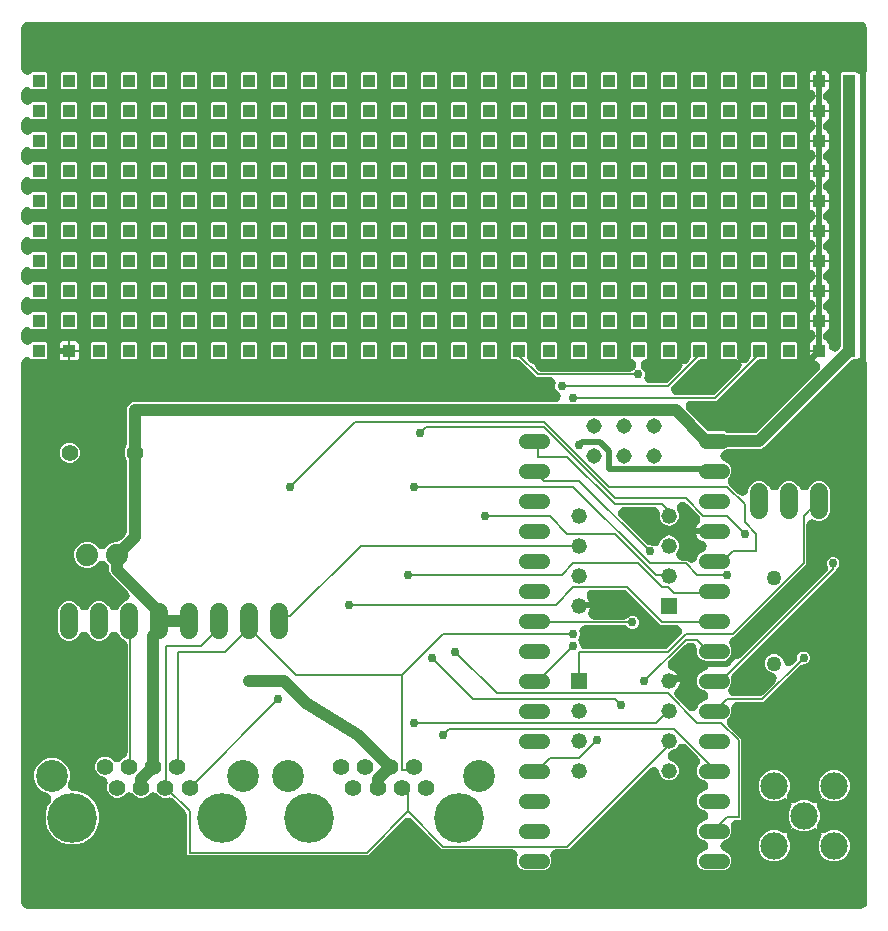
<source format=gbr>
G04 EAGLE Gerber RS-274X export*
G75*
%MOMM*%
%FSLAX34Y34*%
%LPD*%
%INTop Copper*%
%IPPOS*%
%AMOC8*
5,1,8,0,0,1.08239X$1,22.5*%
G01*
G04 Define Apertures*
%ADD10C,1.400000*%
%ADD11C,1.524000*%
%ADD12C,1.260000*%
%ADD13C,1.308000*%
%ADD14C,1.308000*%
%ADD15R,1.320800X1.320800*%
%ADD16C,1.320800*%
%ADD17R,1.108000X1.108000*%
%ADD18C,1.397000*%
%ADD19C,2.705100*%
%ADD20C,4.216400*%
%ADD21C,2.324100*%
%ADD22C,1.879600*%
%ADD23C,0.152400*%
%ADD24C,0.756400*%
%ADD25C,0.508000*%
%ADD26C,1.016000*%
G36*
X710441Y-2138D02*
X708460Y-2540D01*
X2540Y-2540D01*
X709Y-2198D01*
X-994Y-1109D01*
X-2138Y559D01*
X-2540Y2540D01*
X-2540Y459641D01*
X-2227Y461396D01*
X-1165Y463116D01*
X484Y464286D01*
X2459Y464720D01*
X4447Y464349D01*
X6132Y463233D01*
X6297Y463068D01*
X6857Y462836D01*
X18543Y462836D01*
X19103Y463068D01*
X19532Y463497D01*
X19764Y464057D01*
X19764Y475743D01*
X19532Y476303D01*
X19103Y476732D01*
X18543Y476964D01*
X6857Y476964D01*
X6297Y476732D01*
X6132Y476567D01*
X4669Y475547D01*
X2702Y475082D01*
X709Y475421D01*
X-994Y476511D01*
X-2138Y478178D01*
X-2540Y480159D01*
X-2540Y485041D01*
X-2227Y486796D01*
X-1165Y488516D01*
X484Y489686D01*
X2459Y490120D01*
X4447Y489749D01*
X6132Y488633D01*
X6297Y488468D01*
X6857Y488236D01*
X18543Y488236D01*
X19103Y488468D01*
X19532Y488897D01*
X19764Y489457D01*
X19764Y501143D01*
X19532Y501703D01*
X19103Y502132D01*
X18543Y502364D01*
X6857Y502364D01*
X6297Y502132D01*
X6132Y501967D01*
X4669Y500947D01*
X2702Y500482D01*
X709Y500821D01*
X-994Y501911D01*
X-2138Y503578D01*
X-2540Y505559D01*
X-2540Y510441D01*
X-2227Y512196D01*
X-1165Y513916D01*
X484Y515086D01*
X2459Y515520D01*
X4447Y515149D01*
X6132Y514033D01*
X6297Y513868D01*
X6857Y513636D01*
X18543Y513636D01*
X19103Y513868D01*
X19532Y514297D01*
X19764Y514857D01*
X19764Y526543D01*
X19532Y527103D01*
X19103Y527532D01*
X18543Y527764D01*
X6857Y527764D01*
X6297Y527532D01*
X6132Y527367D01*
X4669Y526347D01*
X2702Y525882D01*
X709Y526221D01*
X-994Y527311D01*
X-2138Y528978D01*
X-2540Y530959D01*
X-2540Y535841D01*
X-2227Y537596D01*
X-1165Y539316D01*
X484Y540486D01*
X2459Y540920D01*
X4447Y540549D01*
X6132Y539433D01*
X6297Y539268D01*
X6857Y539036D01*
X18543Y539036D01*
X19103Y539268D01*
X19532Y539697D01*
X19764Y540257D01*
X19764Y551943D01*
X19532Y552503D01*
X19103Y552932D01*
X18543Y553164D01*
X6857Y553164D01*
X6297Y552932D01*
X6132Y552767D01*
X4669Y551747D01*
X2702Y551282D01*
X709Y551621D01*
X-994Y552711D01*
X-2138Y554378D01*
X-2540Y556359D01*
X-2540Y561241D01*
X-2227Y562996D01*
X-1165Y564716D01*
X484Y565886D01*
X2459Y566320D01*
X4447Y565949D01*
X6132Y564833D01*
X6297Y564668D01*
X6857Y564436D01*
X18543Y564436D01*
X19103Y564668D01*
X19532Y565097D01*
X19764Y565657D01*
X19764Y577343D01*
X19532Y577903D01*
X19103Y578332D01*
X18543Y578564D01*
X6857Y578564D01*
X6297Y578332D01*
X6132Y578167D01*
X4669Y577147D01*
X2702Y576682D01*
X709Y577021D01*
X-994Y578111D01*
X-2138Y579778D01*
X-2540Y581759D01*
X-2540Y586641D01*
X-2227Y588396D01*
X-1165Y590116D01*
X484Y591286D01*
X2459Y591720D01*
X4447Y591349D01*
X6132Y590233D01*
X6297Y590068D01*
X6857Y589836D01*
X18543Y589836D01*
X19103Y590068D01*
X19532Y590497D01*
X19764Y591057D01*
X19764Y602743D01*
X19532Y603303D01*
X19103Y603732D01*
X18543Y603964D01*
X6857Y603964D01*
X6297Y603732D01*
X6132Y603567D01*
X4669Y602547D01*
X2702Y602082D01*
X709Y602421D01*
X-994Y603511D01*
X-2138Y605178D01*
X-2540Y607159D01*
X-2540Y612041D01*
X-2227Y613796D01*
X-1165Y615516D01*
X484Y616686D01*
X2459Y617120D01*
X4447Y616749D01*
X6132Y615633D01*
X6297Y615468D01*
X6857Y615236D01*
X18543Y615236D01*
X19103Y615468D01*
X19532Y615897D01*
X19764Y616457D01*
X19764Y628143D01*
X19532Y628703D01*
X19103Y629132D01*
X18543Y629364D01*
X6857Y629364D01*
X6297Y629132D01*
X6132Y628967D01*
X4669Y627947D01*
X2702Y627482D01*
X709Y627821D01*
X-994Y628911D01*
X-2138Y630578D01*
X-2540Y632559D01*
X-2540Y637441D01*
X-2227Y639196D01*
X-1165Y640916D01*
X484Y642086D01*
X2459Y642520D01*
X4447Y642149D01*
X6132Y641033D01*
X6297Y640868D01*
X6857Y640636D01*
X18543Y640636D01*
X19103Y640868D01*
X19532Y641297D01*
X19764Y641857D01*
X19764Y653543D01*
X19532Y654103D01*
X19103Y654532D01*
X18543Y654764D01*
X6857Y654764D01*
X6297Y654532D01*
X6132Y654367D01*
X4669Y653347D01*
X2702Y652882D01*
X709Y653221D01*
X-994Y654311D01*
X-2138Y655978D01*
X-2540Y657959D01*
X-2540Y662841D01*
X-2227Y664596D01*
X-1165Y666316D01*
X484Y667486D01*
X2459Y667920D01*
X4447Y667549D01*
X6132Y666433D01*
X6297Y666268D01*
X6857Y666036D01*
X18543Y666036D01*
X19103Y666268D01*
X19532Y666697D01*
X19764Y667257D01*
X19764Y678943D01*
X19532Y679503D01*
X19103Y679932D01*
X18543Y680164D01*
X6857Y680164D01*
X6297Y679932D01*
X6132Y679767D01*
X4669Y678747D01*
X2702Y678282D01*
X709Y678621D01*
X-994Y679711D01*
X-2138Y681378D01*
X-2540Y683359D01*
X-2540Y688241D01*
X-2227Y689996D01*
X-1165Y691716D01*
X484Y692886D01*
X2459Y693320D01*
X4447Y692949D01*
X6132Y691833D01*
X6297Y691668D01*
X6857Y691436D01*
X18543Y691436D01*
X19103Y691668D01*
X19532Y692097D01*
X19764Y692657D01*
X19764Y704343D01*
X19532Y704903D01*
X19103Y705332D01*
X18543Y705564D01*
X6857Y705564D01*
X6297Y705332D01*
X6132Y705167D01*
X4669Y704147D01*
X2702Y703682D01*
X709Y704021D01*
X-994Y705111D01*
X-2138Y706778D01*
X-2540Y708759D01*
X-2540Y743460D01*
X-2198Y745291D01*
X-1109Y746994D01*
X559Y748138D01*
X2540Y748540D01*
X708460Y748540D01*
X710291Y748198D01*
X711994Y747109D01*
X713138Y745441D01*
X713540Y743460D01*
X713540Y708959D01*
X713227Y707204D01*
X712165Y705484D01*
X710516Y704314D01*
X708541Y703880D01*
X706553Y704251D01*
X704951Y705312D01*
X704343Y705564D01*
X692657Y705564D01*
X692097Y705332D01*
X691668Y704903D01*
X691436Y704343D01*
X691436Y692657D01*
X691509Y692480D01*
X691896Y690536D01*
X691896Y681064D01*
X691509Y679120D01*
X691436Y678943D01*
X691436Y667257D01*
X691509Y667080D01*
X691896Y665136D01*
X691896Y655664D01*
X691509Y653720D01*
X691436Y653543D01*
X691436Y641857D01*
X691509Y641680D01*
X691896Y639736D01*
X691896Y630264D01*
X691509Y628320D01*
X691436Y628143D01*
X691436Y616457D01*
X691509Y616280D01*
X691896Y614336D01*
X691896Y604864D01*
X691509Y602920D01*
X691436Y602743D01*
X691436Y591057D01*
X691509Y590880D01*
X691896Y588936D01*
X691896Y579464D01*
X691509Y577520D01*
X691436Y577343D01*
X691436Y565657D01*
X691509Y565480D01*
X691896Y563536D01*
X691896Y554064D01*
X691509Y552120D01*
X691436Y551943D01*
X691436Y540257D01*
X691509Y540080D01*
X691896Y538136D01*
X691896Y528664D01*
X691509Y526720D01*
X691436Y526543D01*
X691436Y514857D01*
X691509Y514680D01*
X691896Y512736D01*
X691896Y503264D01*
X691509Y501320D01*
X691436Y501143D01*
X691436Y489457D01*
X691509Y489280D01*
X691896Y487336D01*
X691896Y477864D01*
X691509Y475920D01*
X691436Y475743D01*
X691436Y474280D01*
X691065Y472373D01*
X689948Y470688D01*
X689852Y470592D01*
X688389Y469572D01*
X686422Y469106D01*
X684429Y469445D01*
X682726Y470535D01*
X681582Y472202D01*
X681180Y474184D01*
X681180Y475945D01*
X680793Y476879D01*
X680079Y477593D01*
X679322Y477907D01*
X677820Y478868D01*
X676637Y480507D01*
X676188Y482479D01*
X676543Y484469D01*
X677646Y486163D01*
X679322Y487293D01*
X680079Y487607D01*
X680793Y488321D01*
X681180Y489255D01*
X681180Y494538D01*
X665020Y494538D01*
X665020Y489255D01*
X665407Y488321D01*
X666121Y487607D01*
X666878Y487293D01*
X668380Y486332D01*
X669563Y484693D01*
X670012Y482721D01*
X669657Y480731D01*
X668554Y479037D01*
X666878Y477907D01*
X666121Y477593D01*
X665407Y476879D01*
X665020Y475945D01*
X665020Y470662D01*
X673862Y470662D01*
X673862Y469138D01*
X665020Y469138D01*
X665020Y463855D01*
X665407Y462921D01*
X666121Y462207D01*
X667055Y461820D01*
X668816Y461820D01*
X670572Y461507D01*
X672292Y460445D01*
X673462Y458796D01*
X673896Y456821D01*
X673525Y454833D01*
X672408Y453148D01*
X621052Y401792D01*
X619442Y400706D01*
X617460Y400304D01*
X596879Y400304D01*
X594935Y400691D01*
X592344Y401764D01*
X581040Y401764D01*
X579133Y402135D01*
X577448Y403252D01*
X561658Y419042D01*
X560638Y420505D01*
X560172Y422472D01*
X560511Y424465D01*
X561601Y426168D01*
X563268Y427312D01*
X565250Y427714D01*
X585455Y427714D01*
X586295Y428062D01*
X619581Y461348D01*
X621192Y462434D01*
X623173Y462836D01*
X628143Y462836D01*
X628703Y463068D01*
X629132Y463497D01*
X629364Y464057D01*
X629364Y475743D01*
X629132Y476303D01*
X628703Y476732D01*
X628143Y476964D01*
X616457Y476964D01*
X615897Y476732D01*
X615468Y476303D01*
X615236Y475743D01*
X615236Y465573D01*
X614865Y463667D01*
X613748Y461981D01*
X612636Y460869D01*
X611173Y459849D01*
X609206Y459384D01*
X607213Y459723D01*
X606910Y459916D01*
X606984Y459812D01*
X607418Y457837D01*
X607048Y455849D01*
X605931Y454164D01*
X585541Y433774D01*
X583930Y432688D01*
X581949Y432286D01*
X552783Y432286D01*
X551028Y432599D01*
X549307Y433661D01*
X548138Y435310D01*
X547704Y437285D01*
X548074Y439273D01*
X549191Y440958D01*
X569581Y461348D01*
X571192Y462434D01*
X573173Y462836D01*
X577343Y462836D01*
X577903Y463068D01*
X578332Y463497D01*
X578564Y464057D01*
X578564Y475743D01*
X578332Y476303D01*
X577903Y476732D01*
X577343Y476964D01*
X565657Y476964D01*
X565097Y476732D01*
X564668Y476303D01*
X564436Y475743D01*
X564436Y464773D01*
X564065Y462867D01*
X562948Y461181D01*
X561836Y460069D01*
X560373Y459049D01*
X558406Y458584D01*
X557210Y458787D01*
X557418Y457837D01*
X557048Y455849D01*
X555931Y454164D01*
X545541Y443774D01*
X543930Y442688D01*
X541949Y442286D01*
X530151Y442286D01*
X528357Y442613D01*
X526646Y443689D01*
X525489Y445347D01*
X525071Y447326D01*
X525306Y448533D01*
X525306Y451055D01*
X524498Y453006D01*
X523340Y454164D01*
X522320Y455627D01*
X521855Y457594D01*
X522194Y459587D01*
X523283Y461290D01*
X524951Y462434D01*
X526169Y462681D01*
X527103Y463068D01*
X527532Y463497D01*
X527764Y464057D01*
X527764Y475743D01*
X527532Y476303D01*
X527103Y476732D01*
X526543Y476964D01*
X514857Y476964D01*
X514297Y476732D01*
X513868Y476303D01*
X513636Y475743D01*
X513636Y464057D01*
X513868Y463497D01*
X514297Y463068D01*
X515240Y462677D01*
X516772Y461689D01*
X517941Y460040D01*
X518375Y458065D01*
X518005Y456077D01*
X516888Y454392D01*
X516270Y453774D01*
X514659Y452688D01*
X512678Y452286D01*
X438051Y452286D01*
X436145Y452657D01*
X434459Y453774D01*
X434069Y454164D01*
X433049Y455627D01*
X432584Y457594D01*
X432658Y458030D01*
X432437Y457982D01*
X430449Y458352D01*
X428764Y459469D01*
X427652Y460581D01*
X426566Y462192D01*
X426164Y464173D01*
X426164Y475743D01*
X425932Y476303D01*
X425503Y476732D01*
X424943Y476964D01*
X413257Y476964D01*
X412697Y476732D01*
X412268Y476303D01*
X412036Y475743D01*
X412036Y464057D01*
X412268Y463497D01*
X412697Y463068D01*
X413257Y462836D01*
X416827Y462836D01*
X418733Y462465D01*
X420419Y461348D01*
X433705Y448062D01*
X434545Y447714D01*
X444849Y447714D01*
X446643Y447387D01*
X448355Y446311D01*
X449511Y444653D01*
X449929Y442675D01*
X449694Y441467D01*
X449694Y438945D01*
X450502Y436994D01*
X452676Y434820D01*
X453696Y433357D01*
X454161Y431390D01*
X453822Y429397D01*
X452733Y427694D01*
X451065Y426550D01*
X449084Y426148D01*
X92226Y426148D01*
X89799Y425143D01*
X87941Y423285D01*
X86936Y420858D01*
X86936Y390881D01*
X86549Y388937D01*
X85016Y385236D01*
X85016Y381845D01*
X86549Y378143D01*
X86936Y376199D01*
X86936Y316820D01*
X86565Y314913D01*
X85448Y313228D01*
X81810Y309590D01*
X80200Y308504D01*
X78218Y308102D01*
X76567Y308102D01*
X72553Y306439D01*
X69632Y303518D01*
X68096Y302465D01*
X66121Y302031D01*
X64133Y302402D01*
X62448Y303518D01*
X59527Y306439D01*
X55513Y308102D01*
X51167Y308102D01*
X47153Y306439D01*
X44081Y303367D01*
X42418Y299353D01*
X42418Y295007D01*
X44081Y290993D01*
X47153Y287921D01*
X51167Y286258D01*
X55513Y286258D01*
X59527Y287921D01*
X62448Y290842D01*
X63984Y291895D01*
X65959Y292329D01*
X67947Y291958D01*
X69632Y290842D01*
X70648Y289826D01*
X71734Y288215D01*
X72136Y286234D01*
X72136Y283166D01*
X73141Y280739D01*
X87882Y265999D01*
X88919Y264499D01*
X89368Y262528D01*
X89014Y260537D01*
X87911Y258843D01*
X86234Y257713D01*
X83720Y256672D01*
X81148Y254100D01*
X80893Y253485D01*
X79932Y251982D01*
X78293Y250800D01*
X76321Y250350D01*
X74331Y250705D01*
X72637Y251808D01*
X71507Y253485D01*
X71252Y254100D01*
X68680Y256672D01*
X65319Y258064D01*
X61681Y258064D01*
X58320Y256672D01*
X55748Y254100D01*
X55493Y253485D01*
X54532Y251982D01*
X52893Y250800D01*
X50921Y250350D01*
X48931Y250705D01*
X47237Y251808D01*
X46107Y253485D01*
X45852Y254100D01*
X43280Y256672D01*
X39919Y258064D01*
X36281Y258064D01*
X32920Y256672D01*
X30348Y254100D01*
X28956Y250739D01*
X28956Y231861D01*
X30348Y228500D01*
X32920Y225928D01*
X36281Y224536D01*
X39919Y224536D01*
X43280Y225928D01*
X45852Y228500D01*
X46107Y229115D01*
X47068Y230618D01*
X48707Y231800D01*
X50679Y232250D01*
X52669Y231895D01*
X54363Y230792D01*
X55493Y229115D01*
X55748Y228500D01*
X58320Y225928D01*
X61681Y224536D01*
X65319Y224536D01*
X68680Y225928D01*
X71252Y228500D01*
X71507Y229115D01*
X72468Y230618D01*
X74107Y231800D01*
X76079Y232250D01*
X78069Y231895D01*
X79763Y230792D01*
X80893Y229115D01*
X81148Y228500D01*
X83720Y225928D01*
X84578Y225573D01*
X86168Y224528D01*
X87312Y222861D01*
X87714Y220880D01*
X87714Y129872D01*
X87358Y128003D01*
X86255Y126308D01*
X84578Y125178D01*
X84180Y125014D01*
X82392Y123226D01*
X80856Y122172D01*
X78881Y121738D01*
X76893Y122109D01*
X75208Y123226D01*
X73420Y125014D01*
X70293Y126309D01*
X66907Y126309D01*
X63780Y125014D01*
X61386Y122620D01*
X60091Y119493D01*
X60091Y116107D01*
X61386Y112980D01*
X63780Y110586D01*
X67789Y108926D01*
X69350Y107910D01*
X70506Y106251D01*
X70924Y104273D01*
X70538Y102289D01*
X70291Y101693D01*
X70291Y98307D01*
X71586Y95180D01*
X73980Y92786D01*
X77107Y91491D01*
X80493Y91491D01*
X83620Y92786D01*
X85408Y94574D01*
X86944Y95628D01*
X88919Y96062D01*
X90907Y95691D01*
X92592Y94574D01*
X94380Y92786D01*
X97507Y91491D01*
X100893Y91491D01*
X104020Y92786D01*
X105808Y94574D01*
X107344Y95628D01*
X109319Y96062D01*
X111307Y95691D01*
X112992Y94574D01*
X114780Y92786D01*
X117907Y91491D01*
X121611Y91491D01*
X122836Y91745D01*
X124824Y91374D01*
X126510Y90258D01*
X136226Y80541D01*
X137312Y78930D01*
X137714Y76949D01*
X137714Y44545D01*
X138062Y43705D01*
X138705Y43062D01*
X139545Y42714D01*
X290455Y42714D01*
X291295Y43062D01*
X321408Y73175D01*
X322944Y74228D01*
X324919Y74662D01*
X326907Y74292D01*
X328592Y73175D01*
X353705Y48062D01*
X354545Y47714D01*
X412911Y47714D01*
X414705Y47387D01*
X416416Y46311D01*
X417573Y44653D01*
X417991Y42674D01*
X417604Y40690D01*
X417196Y39704D01*
X417196Y36496D01*
X418424Y33532D01*
X420692Y31264D01*
X423656Y30036D01*
X439944Y30036D01*
X442908Y31264D01*
X445176Y33532D01*
X446404Y36496D01*
X446404Y39704D01*
X445996Y40690D01*
X445612Y42472D01*
X445950Y44465D01*
X447040Y46168D01*
X448708Y47312D01*
X450689Y47714D01*
X460455Y47714D01*
X461295Y48062D01*
X529300Y116067D01*
X530763Y117087D01*
X532730Y117552D01*
X534723Y117213D01*
X536426Y116124D01*
X537570Y114456D01*
X537889Y112884D01*
X539209Y109696D01*
X541496Y107409D01*
X544483Y106172D01*
X547717Y106172D01*
X550704Y107409D01*
X552991Y109696D01*
X554228Y112683D01*
X554228Y115917D01*
X552991Y118904D01*
X550704Y121191D01*
X548010Y122307D01*
X546508Y123268D01*
X545325Y124907D01*
X544875Y126879D01*
X545230Y128869D01*
X546333Y130563D01*
X548010Y131693D01*
X550704Y132809D01*
X553568Y135673D01*
X553612Y135742D01*
X553696Y135801D01*
X553705Y135810D01*
X553707Y135809D01*
X555261Y136911D01*
X557236Y137345D01*
X559224Y136975D01*
X560909Y135858D01*
X570769Y125998D01*
X571823Y124461D01*
X572257Y122487D01*
X571886Y120499D01*
X570854Y118942D01*
X569596Y115904D01*
X569596Y112696D01*
X570824Y109732D01*
X573092Y107464D01*
X575918Y106293D01*
X577420Y105332D01*
X578603Y103693D01*
X579052Y101721D01*
X578697Y99731D01*
X577594Y98037D01*
X575918Y96907D01*
X573092Y95736D01*
X570824Y93468D01*
X569596Y90504D01*
X569596Y87296D01*
X570824Y84332D01*
X573092Y82064D01*
X575918Y80893D01*
X577420Y79932D01*
X578603Y78293D01*
X579052Y76321D01*
X578697Y74331D01*
X577594Y72637D01*
X575918Y71507D01*
X573092Y70336D01*
X570824Y68068D01*
X569596Y65104D01*
X569596Y61896D01*
X570824Y58932D01*
X573092Y56664D01*
X575918Y55493D01*
X577420Y54532D01*
X578603Y52893D01*
X579052Y50921D01*
X578697Y48931D01*
X577594Y47237D01*
X575918Y46107D01*
X573092Y44936D01*
X570824Y42668D01*
X569596Y39704D01*
X569596Y36496D01*
X570824Y33532D01*
X573092Y31264D01*
X576056Y30036D01*
X592344Y30036D01*
X595308Y31264D01*
X597576Y33532D01*
X598804Y36496D01*
X598804Y39704D01*
X597576Y42668D01*
X595308Y44936D01*
X592482Y46107D01*
X590980Y47068D01*
X589797Y48707D01*
X589348Y50679D01*
X589703Y52669D01*
X590806Y54363D01*
X592482Y55493D01*
X595308Y56664D01*
X597576Y58932D01*
X598804Y61896D01*
X598804Y65104D01*
X598561Y65690D01*
X598177Y67472D01*
X598516Y69465D01*
X599606Y71168D01*
X601273Y72312D01*
X603255Y72714D01*
X605455Y72714D01*
X606295Y73062D01*
X606938Y73705D01*
X607286Y74545D01*
X607286Y140455D01*
X606938Y141295D01*
X596231Y152002D01*
X595177Y153539D01*
X594743Y155513D01*
X595114Y157501D01*
X596231Y159186D01*
X597576Y160532D01*
X598804Y163496D01*
X598804Y167634D01*
X599146Y169465D01*
X600235Y171168D01*
X601903Y172312D01*
X603884Y172714D01*
X625455Y172714D01*
X626295Y173062D01*
X656439Y203206D01*
X658050Y204292D01*
X660031Y204694D01*
X661055Y204694D01*
X663006Y205502D01*
X664498Y206994D01*
X665306Y208945D01*
X665306Y211055D01*
X664498Y213006D01*
X663006Y214498D01*
X661055Y215306D01*
X658945Y215306D01*
X656994Y214498D01*
X655502Y213006D01*
X654694Y211055D01*
X654694Y210031D01*
X654323Y208125D01*
X653206Y206439D01*
X651304Y204537D01*
X649805Y203501D01*
X647834Y203051D01*
X645843Y203406D01*
X644149Y204509D01*
X643019Y206185D01*
X641633Y209532D01*
X639432Y211733D01*
X636556Y212924D01*
X633444Y212924D01*
X630568Y211733D01*
X628367Y209532D01*
X627176Y206656D01*
X627176Y203544D01*
X628367Y200668D01*
X630568Y198467D01*
X633915Y197081D01*
X635446Y196092D01*
X636616Y194443D01*
X637050Y192469D01*
X636679Y190481D01*
X635563Y188796D01*
X625541Y178774D01*
X623930Y177688D01*
X621949Y177286D01*
X601194Y177286D01*
X599439Y177599D01*
X597719Y178661D01*
X596549Y180310D01*
X596115Y182285D01*
X596486Y184273D01*
X597562Y185897D01*
X598804Y188896D01*
X598804Y192844D01*
X598725Y193226D01*
X599096Y195214D01*
X600212Y196899D01*
X686938Y283625D01*
X687123Y284073D01*
X688225Y285721D01*
X689498Y286994D01*
X690306Y288945D01*
X690306Y291055D01*
X689498Y293006D01*
X688006Y294498D01*
X686055Y295306D01*
X683945Y295306D01*
X681994Y294498D01*
X680502Y293006D01*
X679694Y291055D01*
X679694Y288945D01*
X680181Y287769D01*
X680567Y285906D01*
X680196Y283918D01*
X679080Y282233D01*
X607476Y210629D01*
X606013Y209609D01*
X604046Y209144D01*
X602053Y209483D01*
X600350Y210572D01*
X599206Y212240D01*
X598804Y214221D01*
X598804Y217504D01*
X597380Y220942D01*
X596995Y222764D01*
X597350Y224755D01*
X598453Y226449D01*
X600129Y227579D01*
X601295Y228062D01*
X661938Y288705D01*
X662286Y289545D01*
X662286Y322259D01*
X662613Y324053D01*
X663689Y325764D01*
X665347Y326921D01*
X667326Y327339D01*
X669310Y326952D01*
X671281Y326136D01*
X674919Y326136D01*
X678280Y327528D01*
X680852Y330100D01*
X682244Y333461D01*
X682244Y352339D01*
X680852Y355700D01*
X678280Y358272D01*
X674919Y359664D01*
X671281Y359664D01*
X667920Y358272D01*
X665348Y355700D01*
X665093Y355085D01*
X664132Y353582D01*
X662493Y352400D01*
X660521Y351950D01*
X658531Y352305D01*
X656837Y353408D01*
X655707Y355085D01*
X655452Y355700D01*
X652880Y358272D01*
X649519Y359664D01*
X645881Y359664D01*
X642520Y358272D01*
X639948Y355700D01*
X639693Y355085D01*
X638732Y353582D01*
X637093Y352400D01*
X635121Y351950D01*
X633131Y352305D01*
X631437Y353408D01*
X630307Y355085D01*
X630052Y355700D01*
X627480Y358272D01*
X624119Y359664D01*
X620481Y359664D01*
X617120Y358272D01*
X614548Y355700D01*
X613155Y352337D01*
X612843Y350586D01*
X611781Y348865D01*
X610132Y347696D01*
X608157Y347262D01*
X606169Y347632D01*
X604484Y348749D01*
X597131Y356102D01*
X596077Y357639D01*
X595643Y359613D01*
X596014Y361601D01*
X597131Y363286D01*
X597576Y363732D01*
X598804Y366696D01*
X598804Y369904D01*
X597576Y372868D01*
X595308Y375136D01*
X592482Y376307D01*
X590980Y377268D01*
X589797Y378907D01*
X589348Y380879D01*
X589703Y382869D01*
X590806Y384563D01*
X592482Y385693D01*
X594935Y386709D01*
X596879Y387096D01*
X623614Y387096D01*
X626041Y388101D01*
X699288Y461348D01*
X700898Y462434D01*
X702880Y462836D01*
X704343Y462836D01*
X704941Y463084D01*
X706331Y464053D01*
X708298Y464518D01*
X710291Y464179D01*
X711994Y463089D01*
X713138Y461422D01*
X713540Y459441D01*
X713540Y2540D01*
X713198Y709D01*
X712109Y-994D01*
X710441Y-2138D01*
G37*
%LPC*%
G36*
X673862Y699262D02*
X681180Y699262D01*
X681180Y704545D01*
X680793Y705479D01*
X680079Y706193D01*
X679145Y706580D01*
X673862Y706580D01*
X673862Y699262D01*
G37*
G36*
X665020Y699262D02*
X672338Y699262D01*
X672338Y706580D01*
X667055Y706580D01*
X666121Y706193D01*
X665407Y705479D01*
X665020Y704545D01*
X665020Y699262D01*
G37*
G36*
X413257Y691436D02*
X424943Y691436D01*
X425503Y691668D01*
X425932Y692097D01*
X426164Y692657D01*
X426164Y704343D01*
X425932Y704903D01*
X425503Y705332D01*
X424943Y705564D01*
X413257Y705564D01*
X412697Y705332D01*
X412268Y704903D01*
X412036Y704343D01*
X412036Y692657D01*
X412268Y692097D01*
X412697Y691668D01*
X413257Y691436D01*
G37*
G36*
X565657Y691436D02*
X577343Y691436D01*
X577903Y691668D01*
X578332Y692097D01*
X578564Y692657D01*
X578564Y704343D01*
X578332Y704903D01*
X577903Y705332D01*
X577343Y705564D01*
X565657Y705564D01*
X565097Y705332D01*
X564668Y704903D01*
X564436Y704343D01*
X564436Y692657D01*
X564668Y692097D01*
X565097Y691668D01*
X565657Y691436D01*
G37*
G36*
X32257Y691436D02*
X43943Y691436D01*
X44503Y691668D01*
X44932Y692097D01*
X45164Y692657D01*
X45164Y704343D01*
X44932Y704903D01*
X44503Y705332D01*
X43943Y705564D01*
X32257Y705564D01*
X31697Y705332D01*
X31268Y704903D01*
X31036Y704343D01*
X31036Y692657D01*
X31268Y692097D01*
X31697Y691668D01*
X32257Y691436D01*
G37*
G36*
X464057Y691436D02*
X475743Y691436D01*
X476303Y691668D01*
X476732Y692097D01*
X476964Y692657D01*
X476964Y704343D01*
X476732Y704903D01*
X476303Y705332D01*
X475743Y705564D01*
X464057Y705564D01*
X463497Y705332D01*
X463068Y704903D01*
X462836Y704343D01*
X462836Y692657D01*
X463068Y692097D01*
X463497Y691668D01*
X464057Y691436D01*
G37*
G36*
X387857Y691436D02*
X399543Y691436D01*
X400103Y691668D01*
X400532Y692097D01*
X400764Y692657D01*
X400764Y704343D01*
X400532Y704903D01*
X400103Y705332D01*
X399543Y705564D01*
X387857Y705564D01*
X387297Y705332D01*
X386868Y704903D01*
X386636Y704343D01*
X386636Y692657D01*
X386868Y692097D01*
X387297Y691668D01*
X387857Y691436D01*
G37*
G36*
X591057Y691436D02*
X602743Y691436D01*
X603303Y691668D01*
X603732Y692097D01*
X603964Y692657D01*
X603964Y704343D01*
X603732Y704903D01*
X603303Y705332D01*
X602743Y705564D01*
X591057Y705564D01*
X590497Y705332D01*
X590068Y704903D01*
X589836Y704343D01*
X589836Y692657D01*
X590068Y692097D01*
X590497Y691668D01*
X591057Y691436D01*
G37*
G36*
X616457Y691436D02*
X628143Y691436D01*
X628703Y691668D01*
X629132Y692097D01*
X629364Y692657D01*
X629364Y704343D01*
X629132Y704903D01*
X628703Y705332D01*
X628143Y705564D01*
X616457Y705564D01*
X615897Y705332D01*
X615468Y704903D01*
X615236Y704343D01*
X615236Y692657D01*
X615468Y692097D01*
X615897Y691668D01*
X616457Y691436D01*
G37*
G36*
X641857Y691436D02*
X653543Y691436D01*
X654103Y691668D01*
X654532Y692097D01*
X654764Y692657D01*
X654764Y704343D01*
X654532Y704903D01*
X654103Y705332D01*
X653543Y705564D01*
X641857Y705564D01*
X641297Y705332D01*
X640868Y704903D01*
X640636Y704343D01*
X640636Y692657D01*
X640868Y692097D01*
X641297Y691668D01*
X641857Y691436D01*
G37*
G36*
X540257Y691436D02*
X551943Y691436D01*
X552503Y691668D01*
X552932Y692097D01*
X553164Y692657D01*
X553164Y704343D01*
X552932Y704903D01*
X552503Y705332D01*
X551943Y705564D01*
X540257Y705564D01*
X539697Y705332D01*
X539268Y704903D01*
X539036Y704343D01*
X539036Y692657D01*
X539268Y692097D01*
X539697Y691668D01*
X540257Y691436D01*
G37*
G36*
X438657Y691436D02*
X450343Y691436D01*
X450903Y691668D01*
X451332Y692097D01*
X451564Y692657D01*
X451564Y704343D01*
X451332Y704903D01*
X450903Y705332D01*
X450343Y705564D01*
X438657Y705564D01*
X438097Y705332D01*
X437668Y704903D01*
X437436Y704343D01*
X437436Y692657D01*
X437668Y692097D01*
X438097Y691668D01*
X438657Y691436D01*
G37*
G36*
X57657Y691436D02*
X69343Y691436D01*
X69903Y691668D01*
X70332Y692097D01*
X70564Y692657D01*
X70564Y704343D01*
X70332Y704903D01*
X69903Y705332D01*
X69343Y705564D01*
X57657Y705564D01*
X57097Y705332D01*
X56668Y704903D01*
X56436Y704343D01*
X56436Y692657D01*
X56668Y692097D01*
X57097Y691668D01*
X57657Y691436D01*
G37*
G36*
X83057Y691436D02*
X94743Y691436D01*
X95303Y691668D01*
X95732Y692097D01*
X95964Y692657D01*
X95964Y704343D01*
X95732Y704903D01*
X95303Y705332D01*
X94743Y705564D01*
X83057Y705564D01*
X82497Y705332D01*
X82068Y704903D01*
X81836Y704343D01*
X81836Y692657D01*
X82068Y692097D01*
X82497Y691668D01*
X83057Y691436D01*
G37*
G36*
X108457Y691436D02*
X120143Y691436D01*
X120703Y691668D01*
X121132Y692097D01*
X121364Y692657D01*
X121364Y704343D01*
X121132Y704903D01*
X120703Y705332D01*
X120143Y705564D01*
X108457Y705564D01*
X107897Y705332D01*
X107468Y704903D01*
X107236Y704343D01*
X107236Y692657D01*
X107468Y692097D01*
X107897Y691668D01*
X108457Y691436D01*
G37*
G36*
X133857Y691436D02*
X145543Y691436D01*
X146103Y691668D01*
X146532Y692097D01*
X146764Y692657D01*
X146764Y704343D01*
X146532Y704903D01*
X146103Y705332D01*
X145543Y705564D01*
X133857Y705564D01*
X133297Y705332D01*
X132868Y704903D01*
X132636Y704343D01*
X132636Y692657D01*
X132868Y692097D01*
X133297Y691668D01*
X133857Y691436D01*
G37*
G36*
X159257Y691436D02*
X170943Y691436D01*
X171503Y691668D01*
X171932Y692097D01*
X172164Y692657D01*
X172164Y704343D01*
X171932Y704903D01*
X171503Y705332D01*
X170943Y705564D01*
X159257Y705564D01*
X158697Y705332D01*
X158268Y704903D01*
X158036Y704343D01*
X158036Y692657D01*
X158268Y692097D01*
X158697Y691668D01*
X159257Y691436D01*
G37*
G36*
X184657Y691436D02*
X196343Y691436D01*
X196903Y691668D01*
X197332Y692097D01*
X197564Y692657D01*
X197564Y704343D01*
X197332Y704903D01*
X196903Y705332D01*
X196343Y705564D01*
X184657Y705564D01*
X184097Y705332D01*
X183668Y704903D01*
X183436Y704343D01*
X183436Y692657D01*
X183668Y692097D01*
X184097Y691668D01*
X184657Y691436D01*
G37*
G36*
X235457Y691436D02*
X247143Y691436D01*
X247703Y691668D01*
X248132Y692097D01*
X248364Y692657D01*
X248364Y704343D01*
X248132Y704903D01*
X247703Y705332D01*
X247143Y705564D01*
X235457Y705564D01*
X234897Y705332D01*
X234468Y704903D01*
X234236Y704343D01*
X234236Y692657D01*
X234468Y692097D01*
X234897Y691668D01*
X235457Y691436D01*
G37*
G36*
X260857Y691436D02*
X272543Y691436D01*
X273103Y691668D01*
X273532Y692097D01*
X273764Y692657D01*
X273764Y704343D01*
X273532Y704903D01*
X273103Y705332D01*
X272543Y705564D01*
X260857Y705564D01*
X260297Y705332D01*
X259868Y704903D01*
X259636Y704343D01*
X259636Y692657D01*
X259868Y692097D01*
X260297Y691668D01*
X260857Y691436D01*
G37*
G36*
X286257Y691436D02*
X297943Y691436D01*
X298503Y691668D01*
X298932Y692097D01*
X299164Y692657D01*
X299164Y704343D01*
X298932Y704903D01*
X298503Y705332D01*
X297943Y705564D01*
X286257Y705564D01*
X285697Y705332D01*
X285268Y704903D01*
X285036Y704343D01*
X285036Y692657D01*
X285268Y692097D01*
X285697Y691668D01*
X286257Y691436D01*
G37*
G36*
X514857Y691436D02*
X526543Y691436D01*
X527103Y691668D01*
X527532Y692097D01*
X527764Y692657D01*
X527764Y704343D01*
X527532Y704903D01*
X527103Y705332D01*
X526543Y705564D01*
X514857Y705564D01*
X514297Y705332D01*
X513868Y704903D01*
X513636Y704343D01*
X513636Y692657D01*
X513868Y692097D01*
X514297Y691668D01*
X514857Y691436D01*
G37*
G36*
X210057Y691436D02*
X221743Y691436D01*
X222303Y691668D01*
X222732Y692097D01*
X222964Y692657D01*
X222964Y704343D01*
X222732Y704903D01*
X222303Y705332D01*
X221743Y705564D01*
X210057Y705564D01*
X209497Y705332D01*
X209068Y704903D01*
X208836Y704343D01*
X208836Y692657D01*
X209068Y692097D01*
X209497Y691668D01*
X210057Y691436D01*
G37*
G36*
X489457Y691436D02*
X501143Y691436D01*
X501703Y691668D01*
X502132Y692097D01*
X502364Y692657D01*
X502364Y704343D01*
X502132Y704903D01*
X501703Y705332D01*
X501143Y705564D01*
X489457Y705564D01*
X488897Y705332D01*
X488468Y704903D01*
X488236Y704343D01*
X488236Y692657D01*
X488468Y692097D01*
X488897Y691668D01*
X489457Y691436D01*
G37*
G36*
X311657Y691436D02*
X323343Y691436D01*
X323903Y691668D01*
X324332Y692097D01*
X324564Y692657D01*
X324564Y704343D01*
X324332Y704903D01*
X323903Y705332D01*
X323343Y705564D01*
X311657Y705564D01*
X311097Y705332D01*
X310668Y704903D01*
X310436Y704343D01*
X310436Y692657D01*
X310668Y692097D01*
X311097Y691668D01*
X311657Y691436D01*
G37*
G36*
X337057Y691436D02*
X348743Y691436D01*
X349303Y691668D01*
X349732Y692097D01*
X349964Y692657D01*
X349964Y704343D01*
X349732Y704903D01*
X349303Y705332D01*
X348743Y705564D01*
X337057Y705564D01*
X336497Y705332D01*
X336068Y704903D01*
X335836Y704343D01*
X335836Y692657D01*
X336068Y692097D01*
X336497Y691668D01*
X337057Y691436D01*
G37*
G36*
X362457Y691436D02*
X374143Y691436D01*
X374703Y691668D01*
X375132Y692097D01*
X375364Y692657D01*
X375364Y704343D01*
X375132Y704903D01*
X374703Y705332D01*
X374143Y705564D01*
X362457Y705564D01*
X361897Y705332D01*
X361468Y704903D01*
X361236Y704343D01*
X361236Y692657D01*
X361468Y692097D01*
X361897Y691668D01*
X362457Y691436D01*
G37*
G36*
X665020Y673862D02*
X681180Y673862D01*
X681180Y679145D01*
X680793Y680079D01*
X680079Y680793D01*
X679322Y681107D01*
X677820Y682068D01*
X676637Y683707D01*
X676188Y685679D01*
X676543Y687669D01*
X677646Y689363D01*
X679322Y690493D01*
X680079Y690807D01*
X680793Y691521D01*
X681180Y692455D01*
X681180Y697738D01*
X665020Y697738D01*
X665020Y692455D01*
X665407Y691521D01*
X666121Y690807D01*
X666878Y690493D01*
X668380Y689532D01*
X669563Y687893D01*
X670012Y685921D01*
X669657Y683931D01*
X668554Y682237D01*
X666878Y681107D01*
X666121Y680793D01*
X665407Y680079D01*
X665020Y679145D01*
X665020Y673862D01*
G37*
G36*
X616457Y666036D02*
X628143Y666036D01*
X628703Y666268D01*
X629132Y666697D01*
X629364Y667257D01*
X629364Y678943D01*
X629132Y679503D01*
X628703Y679932D01*
X628143Y680164D01*
X616457Y680164D01*
X615897Y679932D01*
X615468Y679503D01*
X615236Y678943D01*
X615236Y667257D01*
X615468Y666697D01*
X615897Y666268D01*
X616457Y666036D01*
G37*
G36*
X540257Y666036D02*
X551943Y666036D01*
X552503Y666268D01*
X552932Y666697D01*
X553164Y667257D01*
X553164Y678943D01*
X552932Y679503D01*
X552503Y679932D01*
X551943Y680164D01*
X540257Y680164D01*
X539697Y679932D01*
X539268Y679503D01*
X539036Y678943D01*
X539036Y667257D01*
X539268Y666697D01*
X539697Y666268D01*
X540257Y666036D01*
G37*
G36*
X260857Y666036D02*
X272543Y666036D01*
X273103Y666268D01*
X273532Y666697D01*
X273764Y667257D01*
X273764Y678943D01*
X273532Y679503D01*
X273103Y679932D01*
X272543Y680164D01*
X260857Y680164D01*
X260297Y679932D01*
X259868Y679503D01*
X259636Y678943D01*
X259636Y667257D01*
X259868Y666697D01*
X260297Y666268D01*
X260857Y666036D01*
G37*
G36*
X210057Y666036D02*
X221743Y666036D01*
X222303Y666268D01*
X222732Y666697D01*
X222964Y667257D01*
X222964Y678943D01*
X222732Y679503D01*
X222303Y679932D01*
X221743Y680164D01*
X210057Y680164D01*
X209497Y679932D01*
X209068Y679503D01*
X208836Y678943D01*
X208836Y667257D01*
X209068Y666697D01*
X209497Y666268D01*
X210057Y666036D01*
G37*
G36*
X184657Y666036D02*
X196343Y666036D01*
X196903Y666268D01*
X197332Y666697D01*
X197564Y667257D01*
X197564Y678943D01*
X197332Y679503D01*
X196903Y679932D01*
X196343Y680164D01*
X184657Y680164D01*
X184097Y679932D01*
X183668Y679503D01*
X183436Y678943D01*
X183436Y667257D01*
X183668Y666697D01*
X184097Y666268D01*
X184657Y666036D01*
G37*
G36*
X159257Y666036D02*
X170943Y666036D01*
X171503Y666268D01*
X171932Y666697D01*
X172164Y667257D01*
X172164Y678943D01*
X171932Y679503D01*
X171503Y679932D01*
X170943Y680164D01*
X159257Y680164D01*
X158697Y679932D01*
X158268Y679503D01*
X158036Y678943D01*
X158036Y667257D01*
X158268Y666697D01*
X158697Y666268D01*
X159257Y666036D01*
G37*
G36*
X489457Y666036D02*
X501143Y666036D01*
X501703Y666268D01*
X502132Y666697D01*
X502364Y667257D01*
X502364Y678943D01*
X502132Y679503D01*
X501703Y679932D01*
X501143Y680164D01*
X489457Y680164D01*
X488897Y679932D01*
X488468Y679503D01*
X488236Y678943D01*
X488236Y667257D01*
X488468Y666697D01*
X488897Y666268D01*
X489457Y666036D01*
G37*
G36*
X464057Y666036D02*
X475743Y666036D01*
X476303Y666268D01*
X476732Y666697D01*
X476964Y667257D01*
X476964Y678943D01*
X476732Y679503D01*
X476303Y679932D01*
X475743Y680164D01*
X464057Y680164D01*
X463497Y679932D01*
X463068Y679503D01*
X462836Y678943D01*
X462836Y667257D01*
X463068Y666697D01*
X463497Y666268D01*
X464057Y666036D01*
G37*
G36*
X362457Y666036D02*
X374143Y666036D01*
X374703Y666268D01*
X375132Y666697D01*
X375364Y667257D01*
X375364Y678943D01*
X375132Y679503D01*
X374703Y679932D01*
X374143Y680164D01*
X362457Y680164D01*
X361897Y679932D01*
X361468Y679503D01*
X361236Y678943D01*
X361236Y667257D01*
X361468Y666697D01*
X361897Y666268D01*
X362457Y666036D01*
G37*
G36*
X337057Y666036D02*
X348743Y666036D01*
X349303Y666268D01*
X349732Y666697D01*
X349964Y667257D01*
X349964Y678943D01*
X349732Y679503D01*
X349303Y679932D01*
X348743Y680164D01*
X337057Y680164D01*
X336497Y679932D01*
X336068Y679503D01*
X335836Y678943D01*
X335836Y667257D01*
X336068Y666697D01*
X336497Y666268D01*
X337057Y666036D01*
G37*
G36*
X311657Y666036D02*
X323343Y666036D01*
X323903Y666268D01*
X324332Y666697D01*
X324564Y667257D01*
X324564Y678943D01*
X324332Y679503D01*
X323903Y679932D01*
X323343Y680164D01*
X311657Y680164D01*
X311097Y679932D01*
X310668Y679503D01*
X310436Y678943D01*
X310436Y667257D01*
X310668Y666697D01*
X311097Y666268D01*
X311657Y666036D01*
G37*
G36*
X108457Y666036D02*
X120143Y666036D01*
X120703Y666268D01*
X121132Y666697D01*
X121364Y667257D01*
X121364Y678943D01*
X121132Y679503D01*
X120703Y679932D01*
X120143Y680164D01*
X108457Y680164D01*
X107897Y679932D01*
X107468Y679503D01*
X107236Y678943D01*
X107236Y667257D01*
X107468Y666697D01*
X107897Y666268D01*
X108457Y666036D01*
G37*
G36*
X591057Y666036D02*
X602743Y666036D01*
X603303Y666268D01*
X603732Y666697D01*
X603964Y667257D01*
X603964Y678943D01*
X603732Y679503D01*
X603303Y679932D01*
X602743Y680164D01*
X591057Y680164D01*
X590497Y679932D01*
X590068Y679503D01*
X589836Y678943D01*
X589836Y667257D01*
X590068Y666697D01*
X590497Y666268D01*
X591057Y666036D01*
G37*
G36*
X32257Y666036D02*
X43943Y666036D01*
X44503Y666268D01*
X44932Y666697D01*
X45164Y667257D01*
X45164Y678943D01*
X44932Y679503D01*
X44503Y679932D01*
X43943Y680164D01*
X32257Y680164D01*
X31697Y679932D01*
X31268Y679503D01*
X31036Y678943D01*
X31036Y667257D01*
X31268Y666697D01*
X31697Y666268D01*
X32257Y666036D01*
G37*
G36*
X286257Y666036D02*
X297943Y666036D01*
X298503Y666268D01*
X298932Y666697D01*
X299164Y667257D01*
X299164Y678943D01*
X298932Y679503D01*
X298503Y679932D01*
X297943Y680164D01*
X286257Y680164D01*
X285697Y679932D01*
X285268Y679503D01*
X285036Y678943D01*
X285036Y667257D01*
X285268Y666697D01*
X285697Y666268D01*
X286257Y666036D01*
G37*
G36*
X641857Y666036D02*
X653543Y666036D01*
X654103Y666268D01*
X654532Y666697D01*
X654764Y667257D01*
X654764Y678943D01*
X654532Y679503D01*
X654103Y679932D01*
X653543Y680164D01*
X641857Y680164D01*
X641297Y679932D01*
X640868Y679503D01*
X640636Y678943D01*
X640636Y667257D01*
X640868Y666697D01*
X641297Y666268D01*
X641857Y666036D01*
G37*
G36*
X565657Y666036D02*
X577343Y666036D01*
X577903Y666268D01*
X578332Y666697D01*
X578564Y667257D01*
X578564Y678943D01*
X578332Y679503D01*
X577903Y679932D01*
X577343Y680164D01*
X565657Y680164D01*
X565097Y679932D01*
X564668Y679503D01*
X564436Y678943D01*
X564436Y667257D01*
X564668Y666697D01*
X565097Y666268D01*
X565657Y666036D01*
G37*
G36*
X438657Y666036D02*
X450343Y666036D01*
X450903Y666268D01*
X451332Y666697D01*
X451564Y667257D01*
X451564Y678943D01*
X451332Y679503D01*
X450903Y679932D01*
X450343Y680164D01*
X438657Y680164D01*
X438097Y679932D01*
X437668Y679503D01*
X437436Y678943D01*
X437436Y667257D01*
X437668Y666697D01*
X438097Y666268D01*
X438657Y666036D01*
G37*
G36*
X413257Y666036D02*
X424943Y666036D01*
X425503Y666268D01*
X425932Y666697D01*
X426164Y667257D01*
X426164Y678943D01*
X425932Y679503D01*
X425503Y679932D01*
X424943Y680164D01*
X413257Y680164D01*
X412697Y679932D01*
X412268Y679503D01*
X412036Y678943D01*
X412036Y667257D01*
X412268Y666697D01*
X412697Y666268D01*
X413257Y666036D01*
G37*
G36*
X387857Y666036D02*
X399543Y666036D01*
X400103Y666268D01*
X400532Y666697D01*
X400764Y667257D01*
X400764Y678943D01*
X400532Y679503D01*
X400103Y679932D01*
X399543Y680164D01*
X387857Y680164D01*
X387297Y679932D01*
X386868Y679503D01*
X386636Y678943D01*
X386636Y667257D01*
X386868Y666697D01*
X387297Y666268D01*
X387857Y666036D01*
G37*
G36*
X235457Y666036D02*
X247143Y666036D01*
X247703Y666268D01*
X248132Y666697D01*
X248364Y667257D01*
X248364Y678943D01*
X248132Y679503D01*
X247703Y679932D01*
X247143Y680164D01*
X235457Y680164D01*
X234897Y679932D01*
X234468Y679503D01*
X234236Y678943D01*
X234236Y667257D01*
X234468Y666697D01*
X234897Y666268D01*
X235457Y666036D01*
G37*
G36*
X133857Y666036D02*
X145543Y666036D01*
X146103Y666268D01*
X146532Y666697D01*
X146764Y667257D01*
X146764Y678943D01*
X146532Y679503D01*
X146103Y679932D01*
X145543Y680164D01*
X133857Y680164D01*
X133297Y679932D01*
X132868Y679503D01*
X132636Y678943D01*
X132636Y667257D01*
X132868Y666697D01*
X133297Y666268D01*
X133857Y666036D01*
G37*
G36*
X83057Y666036D02*
X94743Y666036D01*
X95303Y666268D01*
X95732Y666697D01*
X95964Y667257D01*
X95964Y678943D01*
X95732Y679503D01*
X95303Y679932D01*
X94743Y680164D01*
X83057Y680164D01*
X82497Y679932D01*
X82068Y679503D01*
X81836Y678943D01*
X81836Y667257D01*
X82068Y666697D01*
X82497Y666268D01*
X83057Y666036D01*
G37*
G36*
X514857Y666036D02*
X526543Y666036D01*
X527103Y666268D01*
X527532Y666697D01*
X527764Y667257D01*
X527764Y678943D01*
X527532Y679503D01*
X527103Y679932D01*
X526543Y680164D01*
X514857Y680164D01*
X514297Y679932D01*
X513868Y679503D01*
X513636Y678943D01*
X513636Y667257D01*
X513868Y666697D01*
X514297Y666268D01*
X514857Y666036D01*
G37*
G36*
X57657Y666036D02*
X69343Y666036D01*
X69903Y666268D01*
X70332Y666697D01*
X70564Y667257D01*
X70564Y678943D01*
X70332Y679503D01*
X69903Y679932D01*
X69343Y680164D01*
X57657Y680164D01*
X57097Y679932D01*
X56668Y679503D01*
X56436Y678943D01*
X56436Y667257D01*
X56668Y666697D01*
X57097Y666268D01*
X57657Y666036D01*
G37*
G36*
X665020Y648462D02*
X681180Y648462D01*
X681180Y653745D01*
X680793Y654679D01*
X680079Y655393D01*
X679322Y655707D01*
X677820Y656668D01*
X676637Y658307D01*
X676188Y660279D01*
X676543Y662269D01*
X677646Y663963D01*
X679322Y665093D01*
X680079Y665407D01*
X680793Y666121D01*
X681180Y667055D01*
X681180Y672338D01*
X665020Y672338D01*
X665020Y667055D01*
X665407Y666121D01*
X666121Y665407D01*
X666878Y665093D01*
X668380Y664132D01*
X669563Y662493D01*
X670012Y660521D01*
X669657Y658531D01*
X668554Y656837D01*
X666878Y655707D01*
X666121Y655393D01*
X665407Y654679D01*
X665020Y653745D01*
X665020Y648462D01*
G37*
G36*
X32257Y640636D02*
X43943Y640636D01*
X44503Y640868D01*
X44932Y641297D01*
X45164Y641857D01*
X45164Y653543D01*
X44932Y654103D01*
X44503Y654532D01*
X43943Y654764D01*
X32257Y654764D01*
X31697Y654532D01*
X31268Y654103D01*
X31036Y653543D01*
X31036Y641857D01*
X31268Y641297D01*
X31697Y640868D01*
X32257Y640636D01*
G37*
G36*
X641857Y640636D02*
X653543Y640636D01*
X654103Y640868D01*
X654532Y641297D01*
X654764Y641857D01*
X654764Y653543D01*
X654532Y654103D01*
X654103Y654532D01*
X653543Y654764D01*
X641857Y654764D01*
X641297Y654532D01*
X640868Y654103D01*
X640636Y653543D01*
X640636Y641857D01*
X640868Y641297D01*
X641297Y640868D01*
X641857Y640636D01*
G37*
G36*
X83057Y640636D02*
X94743Y640636D01*
X95303Y640868D01*
X95732Y641297D01*
X95964Y641857D01*
X95964Y653543D01*
X95732Y654103D01*
X95303Y654532D01*
X94743Y654764D01*
X83057Y654764D01*
X82497Y654532D01*
X82068Y654103D01*
X81836Y653543D01*
X81836Y641857D01*
X82068Y641297D01*
X82497Y640868D01*
X83057Y640636D01*
G37*
G36*
X108457Y640636D02*
X120143Y640636D01*
X120703Y640868D01*
X121132Y641297D01*
X121364Y641857D01*
X121364Y653543D01*
X121132Y654103D01*
X120703Y654532D01*
X120143Y654764D01*
X108457Y654764D01*
X107897Y654532D01*
X107468Y654103D01*
X107236Y653543D01*
X107236Y641857D01*
X107468Y641297D01*
X107897Y640868D01*
X108457Y640636D01*
G37*
G36*
X133857Y640636D02*
X145543Y640636D01*
X146103Y640868D01*
X146532Y641297D01*
X146764Y641857D01*
X146764Y653543D01*
X146532Y654103D01*
X146103Y654532D01*
X145543Y654764D01*
X133857Y654764D01*
X133297Y654532D01*
X132868Y654103D01*
X132636Y653543D01*
X132636Y641857D01*
X132868Y641297D01*
X133297Y640868D01*
X133857Y640636D01*
G37*
G36*
X438657Y640636D02*
X450343Y640636D01*
X450903Y640868D01*
X451332Y641297D01*
X451564Y641857D01*
X451564Y653543D01*
X451332Y654103D01*
X450903Y654532D01*
X450343Y654764D01*
X438657Y654764D01*
X438097Y654532D01*
X437668Y654103D01*
X437436Y653543D01*
X437436Y641857D01*
X437668Y641297D01*
X438097Y640868D01*
X438657Y640636D01*
G37*
G36*
X464057Y640636D02*
X475743Y640636D01*
X476303Y640868D01*
X476732Y641297D01*
X476964Y641857D01*
X476964Y653543D01*
X476732Y654103D01*
X476303Y654532D01*
X475743Y654764D01*
X464057Y654764D01*
X463497Y654532D01*
X463068Y654103D01*
X462836Y653543D01*
X462836Y641857D01*
X463068Y641297D01*
X463497Y640868D01*
X464057Y640636D01*
G37*
G36*
X210057Y640636D02*
X221743Y640636D01*
X222303Y640868D01*
X222732Y641297D01*
X222964Y641857D01*
X222964Y653543D01*
X222732Y654103D01*
X222303Y654532D01*
X221743Y654764D01*
X210057Y654764D01*
X209497Y654532D01*
X209068Y654103D01*
X208836Y653543D01*
X208836Y641857D01*
X209068Y641297D01*
X209497Y640868D01*
X210057Y640636D01*
G37*
G36*
X159257Y640636D02*
X170943Y640636D01*
X171503Y640868D01*
X171932Y641297D01*
X172164Y641857D01*
X172164Y653543D01*
X171932Y654103D01*
X171503Y654532D01*
X170943Y654764D01*
X159257Y654764D01*
X158697Y654532D01*
X158268Y654103D01*
X158036Y653543D01*
X158036Y641857D01*
X158268Y641297D01*
X158697Y640868D01*
X159257Y640636D01*
G37*
G36*
X235457Y640636D02*
X247143Y640636D01*
X247703Y640868D01*
X248132Y641297D01*
X248364Y641857D01*
X248364Y653543D01*
X248132Y654103D01*
X247703Y654532D01*
X247143Y654764D01*
X235457Y654764D01*
X234897Y654532D01*
X234468Y654103D01*
X234236Y653543D01*
X234236Y641857D01*
X234468Y641297D01*
X234897Y640868D01*
X235457Y640636D01*
G37*
G36*
X260857Y640636D02*
X272543Y640636D01*
X273103Y640868D01*
X273532Y641297D01*
X273764Y641857D01*
X273764Y653543D01*
X273532Y654103D01*
X273103Y654532D01*
X272543Y654764D01*
X260857Y654764D01*
X260297Y654532D01*
X259868Y654103D01*
X259636Y653543D01*
X259636Y641857D01*
X259868Y641297D01*
X260297Y640868D01*
X260857Y640636D01*
G37*
G36*
X57657Y640636D02*
X69343Y640636D01*
X69903Y640868D01*
X70332Y641297D01*
X70564Y641857D01*
X70564Y653543D01*
X70332Y654103D01*
X69903Y654532D01*
X69343Y654764D01*
X57657Y654764D01*
X57097Y654532D01*
X56668Y654103D01*
X56436Y653543D01*
X56436Y641857D01*
X56668Y641297D01*
X57097Y640868D01*
X57657Y640636D01*
G37*
G36*
X286257Y640636D02*
X297943Y640636D01*
X298503Y640868D01*
X298932Y641297D01*
X299164Y641857D01*
X299164Y653543D01*
X298932Y654103D01*
X298503Y654532D01*
X297943Y654764D01*
X286257Y654764D01*
X285697Y654532D01*
X285268Y654103D01*
X285036Y653543D01*
X285036Y641857D01*
X285268Y641297D01*
X285697Y640868D01*
X286257Y640636D01*
G37*
G36*
X311657Y640636D02*
X323343Y640636D01*
X323903Y640868D01*
X324332Y641297D01*
X324564Y641857D01*
X324564Y653543D01*
X324332Y654103D01*
X323903Y654532D01*
X323343Y654764D01*
X311657Y654764D01*
X311097Y654532D01*
X310668Y654103D01*
X310436Y653543D01*
X310436Y641857D01*
X310668Y641297D01*
X311097Y640868D01*
X311657Y640636D01*
G37*
G36*
X337057Y640636D02*
X348743Y640636D01*
X349303Y640868D01*
X349732Y641297D01*
X349964Y641857D01*
X349964Y653543D01*
X349732Y654103D01*
X349303Y654532D01*
X348743Y654764D01*
X337057Y654764D01*
X336497Y654532D01*
X336068Y654103D01*
X335836Y653543D01*
X335836Y641857D01*
X336068Y641297D01*
X336497Y640868D01*
X337057Y640636D01*
G37*
G36*
X362457Y640636D02*
X374143Y640636D01*
X374703Y640868D01*
X375132Y641297D01*
X375364Y641857D01*
X375364Y653543D01*
X375132Y654103D01*
X374703Y654532D01*
X374143Y654764D01*
X362457Y654764D01*
X361897Y654532D01*
X361468Y654103D01*
X361236Y653543D01*
X361236Y641857D01*
X361468Y641297D01*
X361897Y640868D01*
X362457Y640636D01*
G37*
G36*
X387857Y640636D02*
X399543Y640636D01*
X400103Y640868D01*
X400532Y641297D01*
X400764Y641857D01*
X400764Y653543D01*
X400532Y654103D01*
X400103Y654532D01*
X399543Y654764D01*
X387857Y654764D01*
X387297Y654532D01*
X386868Y654103D01*
X386636Y653543D01*
X386636Y641857D01*
X386868Y641297D01*
X387297Y640868D01*
X387857Y640636D01*
G37*
G36*
X184657Y640636D02*
X196343Y640636D01*
X196903Y640868D01*
X197332Y641297D01*
X197564Y641857D01*
X197564Y653543D01*
X197332Y654103D01*
X196903Y654532D01*
X196343Y654764D01*
X184657Y654764D01*
X184097Y654532D01*
X183668Y654103D01*
X183436Y653543D01*
X183436Y641857D01*
X183668Y641297D01*
X184097Y640868D01*
X184657Y640636D01*
G37*
G36*
X413257Y640636D02*
X424943Y640636D01*
X425503Y640868D01*
X425932Y641297D01*
X426164Y641857D01*
X426164Y653543D01*
X425932Y654103D01*
X425503Y654532D01*
X424943Y654764D01*
X413257Y654764D01*
X412697Y654532D01*
X412268Y654103D01*
X412036Y653543D01*
X412036Y641857D01*
X412268Y641297D01*
X412697Y640868D01*
X413257Y640636D01*
G37*
G36*
X616457Y640636D02*
X628143Y640636D01*
X628703Y640868D01*
X629132Y641297D01*
X629364Y641857D01*
X629364Y653543D01*
X629132Y654103D01*
X628703Y654532D01*
X628143Y654764D01*
X616457Y654764D01*
X615897Y654532D01*
X615468Y654103D01*
X615236Y653543D01*
X615236Y641857D01*
X615468Y641297D01*
X615897Y640868D01*
X616457Y640636D01*
G37*
G36*
X591057Y640636D02*
X602743Y640636D01*
X603303Y640868D01*
X603732Y641297D01*
X603964Y641857D01*
X603964Y653543D01*
X603732Y654103D01*
X603303Y654532D01*
X602743Y654764D01*
X591057Y654764D01*
X590497Y654532D01*
X590068Y654103D01*
X589836Y653543D01*
X589836Y641857D01*
X590068Y641297D01*
X590497Y640868D01*
X591057Y640636D01*
G37*
G36*
X565657Y640636D02*
X577343Y640636D01*
X577903Y640868D01*
X578332Y641297D01*
X578564Y641857D01*
X578564Y653543D01*
X578332Y654103D01*
X577903Y654532D01*
X577343Y654764D01*
X565657Y654764D01*
X565097Y654532D01*
X564668Y654103D01*
X564436Y653543D01*
X564436Y641857D01*
X564668Y641297D01*
X565097Y640868D01*
X565657Y640636D01*
G37*
G36*
X540257Y640636D02*
X551943Y640636D01*
X552503Y640868D01*
X552932Y641297D01*
X553164Y641857D01*
X553164Y653543D01*
X552932Y654103D01*
X552503Y654532D01*
X551943Y654764D01*
X540257Y654764D01*
X539697Y654532D01*
X539268Y654103D01*
X539036Y653543D01*
X539036Y641857D01*
X539268Y641297D01*
X539697Y640868D01*
X540257Y640636D01*
G37*
G36*
X514857Y640636D02*
X526543Y640636D01*
X527103Y640868D01*
X527532Y641297D01*
X527764Y641857D01*
X527764Y653543D01*
X527532Y654103D01*
X527103Y654532D01*
X526543Y654764D01*
X514857Y654764D01*
X514297Y654532D01*
X513868Y654103D01*
X513636Y653543D01*
X513636Y641857D01*
X513868Y641297D01*
X514297Y640868D01*
X514857Y640636D01*
G37*
G36*
X489457Y640636D02*
X501143Y640636D01*
X501703Y640868D01*
X502132Y641297D01*
X502364Y641857D01*
X502364Y653543D01*
X502132Y654103D01*
X501703Y654532D01*
X501143Y654764D01*
X489457Y654764D01*
X488897Y654532D01*
X488468Y654103D01*
X488236Y653543D01*
X488236Y641857D01*
X488468Y641297D01*
X488897Y640868D01*
X489457Y640636D01*
G37*
G36*
X665020Y623062D02*
X681180Y623062D01*
X681180Y628345D01*
X680793Y629279D01*
X680079Y629993D01*
X679322Y630307D01*
X677820Y631268D01*
X676637Y632907D01*
X676188Y634879D01*
X676543Y636869D01*
X677646Y638563D01*
X679322Y639693D01*
X680079Y640007D01*
X680793Y640721D01*
X681180Y641655D01*
X681180Y646938D01*
X665020Y646938D01*
X665020Y641655D01*
X665407Y640721D01*
X666121Y640007D01*
X666878Y639693D01*
X668380Y638732D01*
X669563Y637093D01*
X670012Y635121D01*
X669657Y633131D01*
X668554Y631437D01*
X666878Y630307D01*
X666121Y629993D01*
X665407Y629279D01*
X665020Y628345D01*
X665020Y623062D01*
G37*
G36*
X362457Y615236D02*
X374143Y615236D01*
X374703Y615468D01*
X375132Y615897D01*
X375364Y616457D01*
X375364Y628143D01*
X375132Y628703D01*
X374703Y629132D01*
X374143Y629364D01*
X362457Y629364D01*
X361897Y629132D01*
X361468Y628703D01*
X361236Y628143D01*
X361236Y616457D01*
X361468Y615897D01*
X361897Y615468D01*
X362457Y615236D01*
G37*
G36*
X108457Y615236D02*
X120143Y615236D01*
X120703Y615468D01*
X121132Y615897D01*
X121364Y616457D01*
X121364Y628143D01*
X121132Y628703D01*
X120703Y629132D01*
X120143Y629364D01*
X108457Y629364D01*
X107897Y629132D01*
X107468Y628703D01*
X107236Y628143D01*
X107236Y616457D01*
X107468Y615897D01*
X107897Y615468D01*
X108457Y615236D01*
G37*
G36*
X337057Y615236D02*
X348743Y615236D01*
X349303Y615468D01*
X349732Y615897D01*
X349964Y616457D01*
X349964Y628143D01*
X349732Y628703D01*
X349303Y629132D01*
X348743Y629364D01*
X337057Y629364D01*
X336497Y629132D01*
X336068Y628703D01*
X335836Y628143D01*
X335836Y616457D01*
X336068Y615897D01*
X336497Y615468D01*
X337057Y615236D01*
G37*
G36*
X311657Y615236D02*
X323343Y615236D01*
X323903Y615468D01*
X324332Y615897D01*
X324564Y616457D01*
X324564Y628143D01*
X324332Y628703D01*
X323903Y629132D01*
X323343Y629364D01*
X311657Y629364D01*
X311097Y629132D01*
X310668Y628703D01*
X310436Y628143D01*
X310436Y616457D01*
X310668Y615897D01*
X311097Y615468D01*
X311657Y615236D01*
G37*
G36*
X286257Y615236D02*
X297943Y615236D01*
X298503Y615468D01*
X298932Y615897D01*
X299164Y616457D01*
X299164Y628143D01*
X298932Y628703D01*
X298503Y629132D01*
X297943Y629364D01*
X286257Y629364D01*
X285697Y629132D01*
X285268Y628703D01*
X285036Y628143D01*
X285036Y616457D01*
X285268Y615897D01*
X285697Y615468D01*
X286257Y615236D01*
G37*
G36*
X260857Y615236D02*
X272543Y615236D01*
X273103Y615468D01*
X273532Y615897D01*
X273764Y616457D01*
X273764Y628143D01*
X273532Y628703D01*
X273103Y629132D01*
X272543Y629364D01*
X260857Y629364D01*
X260297Y629132D01*
X259868Y628703D01*
X259636Y628143D01*
X259636Y616457D01*
X259868Y615897D01*
X260297Y615468D01*
X260857Y615236D01*
G37*
G36*
X235457Y615236D02*
X247143Y615236D01*
X247703Y615468D01*
X248132Y615897D01*
X248364Y616457D01*
X248364Y628143D01*
X248132Y628703D01*
X247703Y629132D01*
X247143Y629364D01*
X235457Y629364D01*
X234897Y629132D01*
X234468Y628703D01*
X234236Y628143D01*
X234236Y616457D01*
X234468Y615897D01*
X234897Y615468D01*
X235457Y615236D01*
G37*
G36*
X210057Y615236D02*
X221743Y615236D01*
X222303Y615468D01*
X222732Y615897D01*
X222964Y616457D01*
X222964Y628143D01*
X222732Y628703D01*
X222303Y629132D01*
X221743Y629364D01*
X210057Y629364D01*
X209497Y629132D01*
X209068Y628703D01*
X208836Y628143D01*
X208836Y616457D01*
X209068Y615897D01*
X209497Y615468D01*
X210057Y615236D01*
G37*
G36*
X184657Y615236D02*
X196343Y615236D01*
X196903Y615468D01*
X197332Y615897D01*
X197564Y616457D01*
X197564Y628143D01*
X197332Y628703D01*
X196903Y629132D01*
X196343Y629364D01*
X184657Y629364D01*
X184097Y629132D01*
X183668Y628703D01*
X183436Y628143D01*
X183436Y616457D01*
X183668Y615897D01*
X184097Y615468D01*
X184657Y615236D01*
G37*
G36*
X159257Y615236D02*
X170943Y615236D01*
X171503Y615468D01*
X171932Y615897D01*
X172164Y616457D01*
X172164Y628143D01*
X171932Y628703D01*
X171503Y629132D01*
X170943Y629364D01*
X159257Y629364D01*
X158697Y629132D01*
X158268Y628703D01*
X158036Y628143D01*
X158036Y616457D01*
X158268Y615897D01*
X158697Y615468D01*
X159257Y615236D01*
G37*
G36*
X133857Y615236D02*
X145543Y615236D01*
X146103Y615468D01*
X146532Y615897D01*
X146764Y616457D01*
X146764Y628143D01*
X146532Y628703D01*
X146103Y629132D01*
X145543Y629364D01*
X133857Y629364D01*
X133297Y629132D01*
X132868Y628703D01*
X132636Y628143D01*
X132636Y616457D01*
X132868Y615897D01*
X133297Y615468D01*
X133857Y615236D01*
G37*
G36*
X591057Y615236D02*
X602743Y615236D01*
X603303Y615468D01*
X603732Y615897D01*
X603964Y616457D01*
X603964Y628143D01*
X603732Y628703D01*
X603303Y629132D01*
X602743Y629364D01*
X591057Y629364D01*
X590497Y629132D01*
X590068Y628703D01*
X589836Y628143D01*
X589836Y616457D01*
X590068Y615897D01*
X590497Y615468D01*
X591057Y615236D01*
G37*
G36*
X83057Y615236D02*
X94743Y615236D01*
X95303Y615468D01*
X95732Y615897D01*
X95964Y616457D01*
X95964Y628143D01*
X95732Y628703D01*
X95303Y629132D01*
X94743Y629364D01*
X83057Y629364D01*
X82497Y629132D01*
X82068Y628703D01*
X81836Y628143D01*
X81836Y616457D01*
X82068Y615897D01*
X82497Y615468D01*
X83057Y615236D01*
G37*
G36*
X413257Y615236D02*
X424943Y615236D01*
X425503Y615468D01*
X425932Y615897D01*
X426164Y616457D01*
X426164Y628143D01*
X425932Y628703D01*
X425503Y629132D01*
X424943Y629364D01*
X413257Y629364D01*
X412697Y629132D01*
X412268Y628703D01*
X412036Y628143D01*
X412036Y616457D01*
X412268Y615897D01*
X412697Y615468D01*
X413257Y615236D01*
G37*
G36*
X387857Y615236D02*
X399543Y615236D01*
X400103Y615468D01*
X400532Y615897D01*
X400764Y616457D01*
X400764Y628143D01*
X400532Y628703D01*
X400103Y629132D01*
X399543Y629364D01*
X387857Y629364D01*
X387297Y629132D01*
X386868Y628703D01*
X386636Y628143D01*
X386636Y616457D01*
X386868Y615897D01*
X387297Y615468D01*
X387857Y615236D01*
G37*
G36*
X540257Y615236D02*
X551943Y615236D01*
X552503Y615468D01*
X552932Y615897D01*
X553164Y616457D01*
X553164Y628143D01*
X552932Y628703D01*
X552503Y629132D01*
X551943Y629364D01*
X540257Y629364D01*
X539697Y629132D01*
X539268Y628703D01*
X539036Y628143D01*
X539036Y616457D01*
X539268Y615897D01*
X539697Y615468D01*
X540257Y615236D01*
G37*
G36*
X57657Y615236D02*
X69343Y615236D01*
X69903Y615468D01*
X70332Y615897D01*
X70564Y616457D01*
X70564Y628143D01*
X70332Y628703D01*
X69903Y629132D01*
X69343Y629364D01*
X57657Y629364D01*
X57097Y629132D01*
X56668Y628703D01*
X56436Y628143D01*
X56436Y616457D01*
X56668Y615897D01*
X57097Y615468D01*
X57657Y615236D01*
G37*
G36*
X32257Y615236D02*
X43943Y615236D01*
X44503Y615468D01*
X44932Y615897D01*
X45164Y616457D01*
X45164Y628143D01*
X44932Y628703D01*
X44503Y629132D01*
X43943Y629364D01*
X32257Y629364D01*
X31697Y629132D01*
X31268Y628703D01*
X31036Y628143D01*
X31036Y616457D01*
X31268Y615897D01*
X31697Y615468D01*
X32257Y615236D01*
G37*
G36*
X616457Y615236D02*
X628143Y615236D01*
X628703Y615468D01*
X629132Y615897D01*
X629364Y616457D01*
X629364Y628143D01*
X629132Y628703D01*
X628703Y629132D01*
X628143Y629364D01*
X616457Y629364D01*
X615897Y629132D01*
X615468Y628703D01*
X615236Y628143D01*
X615236Y616457D01*
X615468Y615897D01*
X615897Y615468D01*
X616457Y615236D01*
G37*
G36*
X641857Y615236D02*
X653543Y615236D01*
X654103Y615468D01*
X654532Y615897D01*
X654764Y616457D01*
X654764Y628143D01*
X654532Y628703D01*
X654103Y629132D01*
X653543Y629364D01*
X641857Y629364D01*
X641297Y629132D01*
X640868Y628703D01*
X640636Y628143D01*
X640636Y616457D01*
X640868Y615897D01*
X641297Y615468D01*
X641857Y615236D01*
G37*
G36*
X565657Y615236D02*
X577343Y615236D01*
X577903Y615468D01*
X578332Y615897D01*
X578564Y616457D01*
X578564Y628143D01*
X578332Y628703D01*
X577903Y629132D01*
X577343Y629364D01*
X565657Y629364D01*
X565097Y629132D01*
X564668Y628703D01*
X564436Y628143D01*
X564436Y616457D01*
X564668Y615897D01*
X565097Y615468D01*
X565657Y615236D01*
G37*
G36*
X514857Y615236D02*
X526543Y615236D01*
X527103Y615468D01*
X527532Y615897D01*
X527764Y616457D01*
X527764Y628143D01*
X527532Y628703D01*
X527103Y629132D01*
X526543Y629364D01*
X514857Y629364D01*
X514297Y629132D01*
X513868Y628703D01*
X513636Y628143D01*
X513636Y616457D01*
X513868Y615897D01*
X514297Y615468D01*
X514857Y615236D01*
G37*
G36*
X464057Y615236D02*
X475743Y615236D01*
X476303Y615468D01*
X476732Y615897D01*
X476964Y616457D01*
X476964Y628143D01*
X476732Y628703D01*
X476303Y629132D01*
X475743Y629364D01*
X464057Y629364D01*
X463497Y629132D01*
X463068Y628703D01*
X462836Y628143D01*
X462836Y616457D01*
X463068Y615897D01*
X463497Y615468D01*
X464057Y615236D01*
G37*
G36*
X489457Y615236D02*
X501143Y615236D01*
X501703Y615468D01*
X502132Y615897D01*
X502364Y616457D01*
X502364Y628143D01*
X502132Y628703D01*
X501703Y629132D01*
X501143Y629364D01*
X489457Y629364D01*
X488897Y629132D01*
X488468Y628703D01*
X488236Y628143D01*
X488236Y616457D01*
X488468Y615897D01*
X488897Y615468D01*
X489457Y615236D01*
G37*
G36*
X438657Y615236D02*
X450343Y615236D01*
X450903Y615468D01*
X451332Y615897D01*
X451564Y616457D01*
X451564Y628143D01*
X451332Y628703D01*
X450903Y629132D01*
X450343Y629364D01*
X438657Y629364D01*
X438097Y629132D01*
X437668Y628703D01*
X437436Y628143D01*
X437436Y616457D01*
X437668Y615897D01*
X438097Y615468D01*
X438657Y615236D01*
G37*
G36*
X665020Y597662D02*
X681180Y597662D01*
X681180Y602945D01*
X680793Y603879D01*
X680079Y604593D01*
X679322Y604907D01*
X677820Y605868D01*
X676637Y607507D01*
X676188Y609479D01*
X676543Y611469D01*
X677646Y613163D01*
X679322Y614293D01*
X680079Y614607D01*
X680793Y615321D01*
X681180Y616255D01*
X681180Y621538D01*
X665020Y621538D01*
X665020Y616255D01*
X665407Y615321D01*
X666121Y614607D01*
X666878Y614293D01*
X668380Y613332D01*
X669563Y611693D01*
X670012Y609721D01*
X669657Y607731D01*
X668554Y606037D01*
X666878Y604907D01*
X666121Y604593D01*
X665407Y603879D01*
X665020Y602945D01*
X665020Y597662D01*
G37*
G36*
X464057Y589836D02*
X475743Y589836D01*
X476303Y590068D01*
X476732Y590497D01*
X476964Y591057D01*
X476964Y602743D01*
X476732Y603303D01*
X476303Y603732D01*
X475743Y603964D01*
X464057Y603964D01*
X463497Y603732D01*
X463068Y603303D01*
X462836Y602743D01*
X462836Y591057D01*
X463068Y590497D01*
X463497Y590068D01*
X464057Y589836D01*
G37*
G36*
X387857Y589836D02*
X399543Y589836D01*
X400103Y590068D01*
X400532Y590497D01*
X400764Y591057D01*
X400764Y602743D01*
X400532Y603303D01*
X400103Y603732D01*
X399543Y603964D01*
X387857Y603964D01*
X387297Y603732D01*
X386868Y603303D01*
X386636Y602743D01*
X386636Y591057D01*
X386868Y590497D01*
X387297Y590068D01*
X387857Y589836D01*
G37*
G36*
X438657Y589836D02*
X450343Y589836D01*
X450903Y590068D01*
X451332Y590497D01*
X451564Y591057D01*
X451564Y602743D01*
X451332Y603303D01*
X450903Y603732D01*
X450343Y603964D01*
X438657Y603964D01*
X438097Y603732D01*
X437668Y603303D01*
X437436Y602743D01*
X437436Y591057D01*
X437668Y590497D01*
X438097Y590068D01*
X438657Y589836D01*
G37*
G36*
X32257Y589836D02*
X43943Y589836D01*
X44503Y590068D01*
X44932Y590497D01*
X45164Y591057D01*
X45164Y602743D01*
X44932Y603303D01*
X44503Y603732D01*
X43943Y603964D01*
X32257Y603964D01*
X31697Y603732D01*
X31268Y603303D01*
X31036Y602743D01*
X31036Y591057D01*
X31268Y590497D01*
X31697Y590068D01*
X32257Y589836D01*
G37*
G36*
X362457Y589836D02*
X374143Y589836D01*
X374703Y590068D01*
X375132Y590497D01*
X375364Y591057D01*
X375364Y602743D01*
X375132Y603303D01*
X374703Y603732D01*
X374143Y603964D01*
X362457Y603964D01*
X361897Y603732D01*
X361468Y603303D01*
X361236Y602743D01*
X361236Y591057D01*
X361468Y590497D01*
X361897Y590068D01*
X362457Y589836D01*
G37*
G36*
X57657Y589836D02*
X69343Y589836D01*
X69903Y590068D01*
X70332Y590497D01*
X70564Y591057D01*
X70564Y602743D01*
X70332Y603303D01*
X69903Y603732D01*
X69343Y603964D01*
X57657Y603964D01*
X57097Y603732D01*
X56668Y603303D01*
X56436Y602743D01*
X56436Y591057D01*
X56668Y590497D01*
X57097Y590068D01*
X57657Y589836D01*
G37*
G36*
X337057Y589836D02*
X348743Y589836D01*
X349303Y590068D01*
X349732Y590497D01*
X349964Y591057D01*
X349964Y602743D01*
X349732Y603303D01*
X349303Y603732D01*
X348743Y603964D01*
X337057Y603964D01*
X336497Y603732D01*
X336068Y603303D01*
X335836Y602743D01*
X335836Y591057D01*
X336068Y590497D01*
X336497Y590068D01*
X337057Y589836D01*
G37*
G36*
X108457Y589836D02*
X120143Y589836D01*
X120703Y590068D01*
X121132Y590497D01*
X121364Y591057D01*
X121364Y602743D01*
X121132Y603303D01*
X120703Y603732D01*
X120143Y603964D01*
X108457Y603964D01*
X107897Y603732D01*
X107468Y603303D01*
X107236Y602743D01*
X107236Y591057D01*
X107468Y590497D01*
X107897Y590068D01*
X108457Y589836D01*
G37*
G36*
X641857Y589836D02*
X653543Y589836D01*
X654103Y590068D01*
X654532Y590497D01*
X654764Y591057D01*
X654764Y602743D01*
X654532Y603303D01*
X654103Y603732D01*
X653543Y603964D01*
X641857Y603964D01*
X641297Y603732D01*
X640868Y603303D01*
X640636Y602743D01*
X640636Y591057D01*
X640868Y590497D01*
X641297Y590068D01*
X641857Y589836D01*
G37*
G36*
X133857Y589836D02*
X145543Y589836D01*
X146103Y590068D01*
X146532Y590497D01*
X146764Y591057D01*
X146764Y602743D01*
X146532Y603303D01*
X146103Y603732D01*
X145543Y603964D01*
X133857Y603964D01*
X133297Y603732D01*
X132868Y603303D01*
X132636Y602743D01*
X132636Y591057D01*
X132868Y590497D01*
X133297Y590068D01*
X133857Y589836D01*
G37*
G36*
X159257Y589836D02*
X170943Y589836D01*
X171503Y590068D01*
X171932Y590497D01*
X172164Y591057D01*
X172164Y602743D01*
X171932Y603303D01*
X171503Y603732D01*
X170943Y603964D01*
X159257Y603964D01*
X158697Y603732D01*
X158268Y603303D01*
X158036Y602743D01*
X158036Y591057D01*
X158268Y590497D01*
X158697Y590068D01*
X159257Y589836D01*
G37*
G36*
X184657Y589836D02*
X196343Y589836D01*
X196903Y590068D01*
X197332Y590497D01*
X197564Y591057D01*
X197564Y602743D01*
X197332Y603303D01*
X196903Y603732D01*
X196343Y603964D01*
X184657Y603964D01*
X184097Y603732D01*
X183668Y603303D01*
X183436Y602743D01*
X183436Y591057D01*
X183668Y590497D01*
X184097Y590068D01*
X184657Y589836D01*
G37*
G36*
X413257Y589836D02*
X424943Y589836D01*
X425503Y590068D01*
X425932Y590497D01*
X426164Y591057D01*
X426164Y602743D01*
X425932Y603303D01*
X425503Y603732D01*
X424943Y603964D01*
X413257Y603964D01*
X412697Y603732D01*
X412268Y603303D01*
X412036Y602743D01*
X412036Y591057D01*
X412268Y590497D01*
X412697Y590068D01*
X413257Y589836D01*
G37*
G36*
X616457Y589836D02*
X628143Y589836D01*
X628703Y590068D01*
X629132Y590497D01*
X629364Y591057D01*
X629364Y602743D01*
X629132Y603303D01*
X628703Y603732D01*
X628143Y603964D01*
X616457Y603964D01*
X615897Y603732D01*
X615468Y603303D01*
X615236Y602743D01*
X615236Y591057D01*
X615468Y590497D01*
X615897Y590068D01*
X616457Y589836D01*
G37*
G36*
X210057Y589836D02*
X221743Y589836D01*
X222303Y590068D01*
X222732Y590497D01*
X222964Y591057D01*
X222964Y602743D01*
X222732Y603303D01*
X222303Y603732D01*
X221743Y603964D01*
X210057Y603964D01*
X209497Y603732D01*
X209068Y603303D01*
X208836Y602743D01*
X208836Y591057D01*
X209068Y590497D01*
X209497Y590068D01*
X210057Y589836D01*
G37*
G36*
X565657Y589836D02*
X577343Y589836D01*
X577903Y590068D01*
X578332Y590497D01*
X578564Y591057D01*
X578564Y602743D01*
X578332Y603303D01*
X577903Y603732D01*
X577343Y603964D01*
X565657Y603964D01*
X565097Y603732D01*
X564668Y603303D01*
X564436Y602743D01*
X564436Y591057D01*
X564668Y590497D01*
X565097Y590068D01*
X565657Y589836D01*
G37*
G36*
X489457Y589836D02*
X501143Y589836D01*
X501703Y590068D01*
X502132Y590497D01*
X502364Y591057D01*
X502364Y602743D01*
X502132Y603303D01*
X501703Y603732D01*
X501143Y603964D01*
X489457Y603964D01*
X488897Y603732D01*
X488468Y603303D01*
X488236Y602743D01*
X488236Y591057D01*
X488468Y590497D01*
X488897Y590068D01*
X489457Y589836D01*
G37*
G36*
X83057Y589836D02*
X94743Y589836D01*
X95303Y590068D01*
X95732Y590497D01*
X95964Y591057D01*
X95964Y602743D01*
X95732Y603303D01*
X95303Y603732D01*
X94743Y603964D01*
X83057Y603964D01*
X82497Y603732D01*
X82068Y603303D01*
X81836Y602743D01*
X81836Y591057D01*
X82068Y590497D01*
X82497Y590068D01*
X83057Y589836D01*
G37*
G36*
X235457Y589836D02*
X247143Y589836D01*
X247703Y590068D01*
X248132Y590497D01*
X248364Y591057D01*
X248364Y602743D01*
X248132Y603303D01*
X247703Y603732D01*
X247143Y603964D01*
X235457Y603964D01*
X234897Y603732D01*
X234468Y603303D01*
X234236Y602743D01*
X234236Y591057D01*
X234468Y590497D01*
X234897Y590068D01*
X235457Y589836D01*
G37*
G36*
X514857Y589836D02*
X526543Y589836D01*
X527103Y590068D01*
X527532Y590497D01*
X527764Y591057D01*
X527764Y602743D01*
X527532Y603303D01*
X527103Y603732D01*
X526543Y603964D01*
X514857Y603964D01*
X514297Y603732D01*
X513868Y603303D01*
X513636Y602743D01*
X513636Y591057D01*
X513868Y590497D01*
X514297Y590068D01*
X514857Y589836D01*
G37*
G36*
X260857Y589836D02*
X272543Y589836D01*
X273103Y590068D01*
X273532Y590497D01*
X273764Y591057D01*
X273764Y602743D01*
X273532Y603303D01*
X273103Y603732D01*
X272543Y603964D01*
X260857Y603964D01*
X260297Y603732D01*
X259868Y603303D01*
X259636Y602743D01*
X259636Y591057D01*
X259868Y590497D01*
X260297Y590068D01*
X260857Y589836D01*
G37*
G36*
X540257Y589836D02*
X551943Y589836D01*
X552503Y590068D01*
X552932Y590497D01*
X553164Y591057D01*
X553164Y602743D01*
X552932Y603303D01*
X552503Y603732D01*
X551943Y603964D01*
X540257Y603964D01*
X539697Y603732D01*
X539268Y603303D01*
X539036Y602743D01*
X539036Y591057D01*
X539268Y590497D01*
X539697Y590068D01*
X540257Y589836D01*
G37*
G36*
X286257Y589836D02*
X297943Y589836D01*
X298503Y590068D01*
X298932Y590497D01*
X299164Y591057D01*
X299164Y602743D01*
X298932Y603303D01*
X298503Y603732D01*
X297943Y603964D01*
X286257Y603964D01*
X285697Y603732D01*
X285268Y603303D01*
X285036Y602743D01*
X285036Y591057D01*
X285268Y590497D01*
X285697Y590068D01*
X286257Y589836D01*
G37*
G36*
X311657Y589836D02*
X323343Y589836D01*
X323903Y590068D01*
X324332Y590497D01*
X324564Y591057D01*
X324564Y602743D01*
X324332Y603303D01*
X323903Y603732D01*
X323343Y603964D01*
X311657Y603964D01*
X311097Y603732D01*
X310668Y603303D01*
X310436Y602743D01*
X310436Y591057D01*
X310668Y590497D01*
X311097Y590068D01*
X311657Y589836D01*
G37*
G36*
X591057Y589836D02*
X602743Y589836D01*
X603303Y590068D01*
X603732Y590497D01*
X603964Y591057D01*
X603964Y602743D01*
X603732Y603303D01*
X603303Y603732D01*
X602743Y603964D01*
X591057Y603964D01*
X590497Y603732D01*
X590068Y603303D01*
X589836Y602743D01*
X589836Y591057D01*
X590068Y590497D01*
X590497Y590068D01*
X591057Y589836D01*
G37*
G36*
X665020Y572262D02*
X681180Y572262D01*
X681180Y577545D01*
X680793Y578479D01*
X680079Y579193D01*
X679322Y579507D01*
X677820Y580468D01*
X676637Y582107D01*
X676188Y584079D01*
X676543Y586069D01*
X677646Y587763D01*
X679322Y588893D01*
X680079Y589207D01*
X680793Y589921D01*
X681180Y590855D01*
X681180Y596138D01*
X665020Y596138D01*
X665020Y590855D01*
X665407Y589921D01*
X666121Y589207D01*
X666878Y588893D01*
X668380Y587932D01*
X669563Y586293D01*
X670012Y584321D01*
X669657Y582331D01*
X668554Y580637D01*
X666878Y579507D01*
X666121Y579193D01*
X665407Y578479D01*
X665020Y577545D01*
X665020Y572262D01*
G37*
G36*
X32257Y564436D02*
X43943Y564436D01*
X44503Y564668D01*
X44932Y565097D01*
X45164Y565657D01*
X45164Y577343D01*
X44932Y577903D01*
X44503Y578332D01*
X43943Y578564D01*
X32257Y578564D01*
X31697Y578332D01*
X31268Y577903D01*
X31036Y577343D01*
X31036Y565657D01*
X31268Y565097D01*
X31697Y564668D01*
X32257Y564436D01*
G37*
G36*
X438657Y564436D02*
X450343Y564436D01*
X450903Y564668D01*
X451332Y565097D01*
X451564Y565657D01*
X451564Y577343D01*
X451332Y577903D01*
X450903Y578332D01*
X450343Y578564D01*
X438657Y578564D01*
X438097Y578332D01*
X437668Y577903D01*
X437436Y577343D01*
X437436Y565657D01*
X437668Y565097D01*
X438097Y564668D01*
X438657Y564436D01*
G37*
G36*
X464057Y564436D02*
X475743Y564436D01*
X476303Y564668D01*
X476732Y565097D01*
X476964Y565657D01*
X476964Y577343D01*
X476732Y577903D01*
X476303Y578332D01*
X475743Y578564D01*
X464057Y578564D01*
X463497Y578332D01*
X463068Y577903D01*
X462836Y577343D01*
X462836Y565657D01*
X463068Y565097D01*
X463497Y564668D01*
X464057Y564436D01*
G37*
G36*
X489457Y564436D02*
X501143Y564436D01*
X501703Y564668D01*
X502132Y565097D01*
X502364Y565657D01*
X502364Y577343D01*
X502132Y577903D01*
X501703Y578332D01*
X501143Y578564D01*
X489457Y578564D01*
X488897Y578332D01*
X488468Y577903D01*
X488236Y577343D01*
X488236Y565657D01*
X488468Y565097D01*
X488897Y564668D01*
X489457Y564436D01*
G37*
G36*
X260857Y564436D02*
X272543Y564436D01*
X273103Y564668D01*
X273532Y565097D01*
X273764Y565657D01*
X273764Y577343D01*
X273532Y577903D01*
X273103Y578332D01*
X272543Y578564D01*
X260857Y578564D01*
X260297Y578332D01*
X259868Y577903D01*
X259636Y577343D01*
X259636Y565657D01*
X259868Y565097D01*
X260297Y564668D01*
X260857Y564436D01*
G37*
G36*
X133857Y564436D02*
X145543Y564436D01*
X146103Y564668D01*
X146532Y565097D01*
X146764Y565657D01*
X146764Y577343D01*
X146532Y577903D01*
X146103Y578332D01*
X145543Y578564D01*
X133857Y578564D01*
X133297Y578332D01*
X132868Y577903D01*
X132636Y577343D01*
X132636Y565657D01*
X132868Y565097D01*
X133297Y564668D01*
X133857Y564436D01*
G37*
G36*
X641857Y564436D02*
X653543Y564436D01*
X654103Y564668D01*
X654532Y565097D01*
X654764Y565657D01*
X654764Y577343D01*
X654532Y577903D01*
X654103Y578332D01*
X653543Y578564D01*
X641857Y578564D01*
X641297Y578332D01*
X640868Y577903D01*
X640636Y577343D01*
X640636Y565657D01*
X640868Y565097D01*
X641297Y564668D01*
X641857Y564436D01*
G37*
G36*
X413257Y564436D02*
X424943Y564436D01*
X425503Y564668D01*
X425932Y565097D01*
X426164Y565657D01*
X426164Y577343D01*
X425932Y577903D01*
X425503Y578332D01*
X424943Y578564D01*
X413257Y578564D01*
X412697Y578332D01*
X412268Y577903D01*
X412036Y577343D01*
X412036Y565657D01*
X412268Y565097D01*
X412697Y564668D01*
X413257Y564436D01*
G37*
G36*
X591057Y564436D02*
X602743Y564436D01*
X603303Y564668D01*
X603732Y565097D01*
X603964Y565657D01*
X603964Y577343D01*
X603732Y577903D01*
X603303Y578332D01*
X602743Y578564D01*
X591057Y578564D01*
X590497Y578332D01*
X590068Y577903D01*
X589836Y577343D01*
X589836Y565657D01*
X590068Y565097D01*
X590497Y564668D01*
X591057Y564436D01*
G37*
G36*
X235457Y564436D02*
X247143Y564436D01*
X247703Y564668D01*
X248132Y565097D01*
X248364Y565657D01*
X248364Y577343D01*
X248132Y577903D01*
X247703Y578332D01*
X247143Y578564D01*
X235457Y578564D01*
X234897Y578332D01*
X234468Y577903D01*
X234236Y577343D01*
X234236Y565657D01*
X234468Y565097D01*
X234897Y564668D01*
X235457Y564436D01*
G37*
G36*
X210057Y564436D02*
X221743Y564436D01*
X222303Y564668D01*
X222732Y565097D01*
X222964Y565657D01*
X222964Y577343D01*
X222732Y577903D01*
X222303Y578332D01*
X221743Y578564D01*
X210057Y578564D01*
X209497Y578332D01*
X209068Y577903D01*
X208836Y577343D01*
X208836Y565657D01*
X209068Y565097D01*
X209497Y564668D01*
X210057Y564436D01*
G37*
G36*
X184657Y564436D02*
X196343Y564436D01*
X196903Y564668D01*
X197332Y565097D01*
X197564Y565657D01*
X197564Y577343D01*
X197332Y577903D01*
X196903Y578332D01*
X196343Y578564D01*
X184657Y578564D01*
X184097Y578332D01*
X183668Y577903D01*
X183436Y577343D01*
X183436Y565657D01*
X183668Y565097D01*
X184097Y564668D01*
X184657Y564436D01*
G37*
G36*
X616457Y564436D02*
X628143Y564436D01*
X628703Y564668D01*
X629132Y565097D01*
X629364Y565657D01*
X629364Y577343D01*
X629132Y577903D01*
X628703Y578332D01*
X628143Y578564D01*
X616457Y578564D01*
X615897Y578332D01*
X615468Y577903D01*
X615236Y577343D01*
X615236Y565657D01*
X615468Y565097D01*
X615897Y564668D01*
X616457Y564436D01*
G37*
G36*
X514857Y564436D02*
X526543Y564436D01*
X527103Y564668D01*
X527532Y565097D01*
X527764Y565657D01*
X527764Y577343D01*
X527532Y577903D01*
X527103Y578332D01*
X526543Y578564D01*
X514857Y578564D01*
X514297Y578332D01*
X513868Y577903D01*
X513636Y577343D01*
X513636Y565657D01*
X513868Y565097D01*
X514297Y564668D01*
X514857Y564436D01*
G37*
G36*
X540257Y564436D02*
X551943Y564436D01*
X552503Y564668D01*
X552932Y565097D01*
X553164Y565657D01*
X553164Y577343D01*
X552932Y577903D01*
X552503Y578332D01*
X551943Y578564D01*
X540257Y578564D01*
X539697Y578332D01*
X539268Y577903D01*
X539036Y577343D01*
X539036Y565657D01*
X539268Y565097D01*
X539697Y564668D01*
X540257Y564436D01*
G37*
G36*
X565657Y564436D02*
X577343Y564436D01*
X577903Y564668D01*
X578332Y565097D01*
X578564Y565657D01*
X578564Y577343D01*
X578332Y577903D01*
X577903Y578332D01*
X577343Y578564D01*
X565657Y578564D01*
X565097Y578332D01*
X564668Y577903D01*
X564436Y577343D01*
X564436Y565657D01*
X564668Y565097D01*
X565097Y564668D01*
X565657Y564436D01*
G37*
G36*
X337057Y564436D02*
X348743Y564436D01*
X349303Y564668D01*
X349732Y565097D01*
X349964Y565657D01*
X349964Y577343D01*
X349732Y577903D01*
X349303Y578332D01*
X348743Y578564D01*
X337057Y578564D01*
X336497Y578332D01*
X336068Y577903D01*
X335836Y577343D01*
X335836Y565657D01*
X336068Y565097D01*
X336497Y564668D01*
X337057Y564436D01*
G37*
G36*
X57657Y564436D02*
X69343Y564436D01*
X69903Y564668D01*
X70332Y565097D01*
X70564Y565657D01*
X70564Y577343D01*
X70332Y577903D01*
X69903Y578332D01*
X69343Y578564D01*
X57657Y578564D01*
X57097Y578332D01*
X56668Y577903D01*
X56436Y577343D01*
X56436Y565657D01*
X56668Y565097D01*
X57097Y564668D01*
X57657Y564436D01*
G37*
G36*
X286257Y564436D02*
X297943Y564436D01*
X298503Y564668D01*
X298932Y565097D01*
X299164Y565657D01*
X299164Y577343D01*
X298932Y577903D01*
X298503Y578332D01*
X297943Y578564D01*
X286257Y578564D01*
X285697Y578332D01*
X285268Y577903D01*
X285036Y577343D01*
X285036Y565657D01*
X285268Y565097D01*
X285697Y564668D01*
X286257Y564436D01*
G37*
G36*
X311657Y564436D02*
X323343Y564436D01*
X323903Y564668D01*
X324332Y565097D01*
X324564Y565657D01*
X324564Y577343D01*
X324332Y577903D01*
X323903Y578332D01*
X323343Y578564D01*
X311657Y578564D01*
X311097Y578332D01*
X310668Y577903D01*
X310436Y577343D01*
X310436Y565657D01*
X310668Y565097D01*
X311097Y564668D01*
X311657Y564436D01*
G37*
G36*
X159257Y564436D02*
X170943Y564436D01*
X171503Y564668D01*
X171932Y565097D01*
X172164Y565657D01*
X172164Y577343D01*
X171932Y577903D01*
X171503Y578332D01*
X170943Y578564D01*
X159257Y578564D01*
X158697Y578332D01*
X158268Y577903D01*
X158036Y577343D01*
X158036Y565657D01*
X158268Y565097D01*
X158697Y564668D01*
X159257Y564436D01*
G37*
G36*
X362457Y564436D02*
X374143Y564436D01*
X374703Y564668D01*
X375132Y565097D01*
X375364Y565657D01*
X375364Y577343D01*
X375132Y577903D01*
X374703Y578332D01*
X374143Y578564D01*
X362457Y578564D01*
X361897Y578332D01*
X361468Y577903D01*
X361236Y577343D01*
X361236Y565657D01*
X361468Y565097D01*
X361897Y564668D01*
X362457Y564436D01*
G37*
G36*
X108457Y564436D02*
X120143Y564436D01*
X120703Y564668D01*
X121132Y565097D01*
X121364Y565657D01*
X121364Y577343D01*
X121132Y577903D01*
X120703Y578332D01*
X120143Y578564D01*
X108457Y578564D01*
X107897Y578332D01*
X107468Y577903D01*
X107236Y577343D01*
X107236Y565657D01*
X107468Y565097D01*
X107897Y564668D01*
X108457Y564436D01*
G37*
G36*
X387857Y564436D02*
X399543Y564436D01*
X400103Y564668D01*
X400532Y565097D01*
X400764Y565657D01*
X400764Y577343D01*
X400532Y577903D01*
X400103Y578332D01*
X399543Y578564D01*
X387857Y578564D01*
X387297Y578332D01*
X386868Y577903D01*
X386636Y577343D01*
X386636Y565657D01*
X386868Y565097D01*
X387297Y564668D01*
X387857Y564436D01*
G37*
G36*
X83057Y564436D02*
X94743Y564436D01*
X95303Y564668D01*
X95732Y565097D01*
X95964Y565657D01*
X95964Y577343D01*
X95732Y577903D01*
X95303Y578332D01*
X94743Y578564D01*
X83057Y578564D01*
X82497Y578332D01*
X82068Y577903D01*
X81836Y577343D01*
X81836Y565657D01*
X82068Y565097D01*
X82497Y564668D01*
X83057Y564436D01*
G37*
G36*
X665020Y546862D02*
X681180Y546862D01*
X681180Y552145D01*
X680793Y553079D01*
X680079Y553793D01*
X679322Y554107D01*
X677820Y555068D01*
X676637Y556707D01*
X676188Y558679D01*
X676543Y560669D01*
X677646Y562363D01*
X679322Y563493D01*
X680079Y563807D01*
X680793Y564521D01*
X681180Y565455D01*
X681180Y570738D01*
X665020Y570738D01*
X665020Y565455D01*
X665407Y564521D01*
X666121Y563807D01*
X666878Y563493D01*
X668380Y562532D01*
X669563Y560893D01*
X670012Y558921D01*
X669657Y556931D01*
X668554Y555237D01*
X666878Y554107D01*
X666121Y553793D01*
X665407Y553079D01*
X665020Y552145D01*
X665020Y546862D01*
G37*
G36*
X311657Y539036D02*
X323343Y539036D01*
X323903Y539268D01*
X324332Y539697D01*
X324564Y540257D01*
X324564Y551943D01*
X324332Y552503D01*
X323903Y552932D01*
X323343Y553164D01*
X311657Y553164D01*
X311097Y552932D01*
X310668Y552503D01*
X310436Y551943D01*
X310436Y540257D01*
X310668Y539697D01*
X311097Y539268D01*
X311657Y539036D01*
G37*
G36*
X464057Y539036D02*
X475743Y539036D01*
X476303Y539268D01*
X476732Y539697D01*
X476964Y540257D01*
X476964Y551943D01*
X476732Y552503D01*
X476303Y552932D01*
X475743Y553164D01*
X464057Y553164D01*
X463497Y552932D01*
X463068Y552503D01*
X462836Y551943D01*
X462836Y540257D01*
X463068Y539697D01*
X463497Y539268D01*
X464057Y539036D01*
G37*
G36*
X286257Y539036D02*
X297943Y539036D01*
X298503Y539268D01*
X298932Y539697D01*
X299164Y540257D01*
X299164Y551943D01*
X298932Y552503D01*
X298503Y552932D01*
X297943Y553164D01*
X286257Y553164D01*
X285697Y552932D01*
X285268Y552503D01*
X285036Y551943D01*
X285036Y540257D01*
X285268Y539697D01*
X285697Y539268D01*
X286257Y539036D01*
G37*
G36*
X83057Y539036D02*
X94743Y539036D01*
X95303Y539268D01*
X95732Y539697D01*
X95964Y540257D01*
X95964Y551943D01*
X95732Y552503D01*
X95303Y552932D01*
X94743Y553164D01*
X83057Y553164D01*
X82497Y552932D01*
X82068Y552503D01*
X81836Y551943D01*
X81836Y540257D01*
X82068Y539697D01*
X82497Y539268D01*
X83057Y539036D01*
G37*
G36*
X235457Y539036D02*
X247143Y539036D01*
X247703Y539268D01*
X248132Y539697D01*
X248364Y540257D01*
X248364Y551943D01*
X248132Y552503D01*
X247703Y552932D01*
X247143Y553164D01*
X235457Y553164D01*
X234897Y552932D01*
X234468Y552503D01*
X234236Y551943D01*
X234236Y540257D01*
X234468Y539697D01*
X234897Y539268D01*
X235457Y539036D01*
G37*
G36*
X210057Y539036D02*
X221743Y539036D01*
X222303Y539268D01*
X222732Y539697D01*
X222964Y540257D01*
X222964Y551943D01*
X222732Y552503D01*
X222303Y552932D01*
X221743Y553164D01*
X210057Y553164D01*
X209497Y552932D01*
X209068Y552503D01*
X208836Y551943D01*
X208836Y540257D01*
X209068Y539697D01*
X209497Y539268D01*
X210057Y539036D01*
G37*
G36*
X184657Y539036D02*
X196343Y539036D01*
X196903Y539268D01*
X197332Y539697D01*
X197564Y540257D01*
X197564Y551943D01*
X197332Y552503D01*
X196903Y552932D01*
X196343Y553164D01*
X184657Y553164D01*
X184097Y552932D01*
X183668Y552503D01*
X183436Y551943D01*
X183436Y540257D01*
X183668Y539697D01*
X184097Y539268D01*
X184657Y539036D01*
G37*
G36*
X159257Y539036D02*
X170943Y539036D01*
X171503Y539268D01*
X171932Y539697D01*
X172164Y540257D01*
X172164Y551943D01*
X171932Y552503D01*
X171503Y552932D01*
X170943Y553164D01*
X159257Y553164D01*
X158697Y552932D01*
X158268Y552503D01*
X158036Y551943D01*
X158036Y540257D01*
X158268Y539697D01*
X158697Y539268D01*
X159257Y539036D01*
G37*
G36*
X133857Y539036D02*
X145543Y539036D01*
X146103Y539268D01*
X146532Y539697D01*
X146764Y540257D01*
X146764Y551943D01*
X146532Y552503D01*
X146103Y552932D01*
X145543Y553164D01*
X133857Y553164D01*
X133297Y552932D01*
X132868Y552503D01*
X132636Y551943D01*
X132636Y540257D01*
X132868Y539697D01*
X133297Y539268D01*
X133857Y539036D01*
G37*
G36*
X32257Y539036D02*
X43943Y539036D01*
X44503Y539268D01*
X44932Y539697D01*
X45164Y540257D01*
X45164Y551943D01*
X44932Y552503D01*
X44503Y552932D01*
X43943Y553164D01*
X32257Y553164D01*
X31697Y552932D01*
X31268Y552503D01*
X31036Y551943D01*
X31036Y540257D01*
X31268Y539697D01*
X31697Y539268D01*
X32257Y539036D01*
G37*
G36*
X591057Y539036D02*
X602743Y539036D01*
X603303Y539268D01*
X603732Y539697D01*
X603964Y540257D01*
X603964Y551943D01*
X603732Y552503D01*
X603303Y552932D01*
X602743Y553164D01*
X591057Y553164D01*
X590497Y552932D01*
X590068Y552503D01*
X589836Y551943D01*
X589836Y540257D01*
X590068Y539697D01*
X590497Y539268D01*
X591057Y539036D01*
G37*
G36*
X565657Y539036D02*
X577343Y539036D01*
X577903Y539268D01*
X578332Y539697D01*
X578564Y540257D01*
X578564Y551943D01*
X578332Y552503D01*
X577903Y552932D01*
X577343Y553164D01*
X565657Y553164D01*
X565097Y552932D01*
X564668Y552503D01*
X564436Y551943D01*
X564436Y540257D01*
X564668Y539697D01*
X565097Y539268D01*
X565657Y539036D01*
G37*
G36*
X540257Y539036D02*
X551943Y539036D01*
X552503Y539268D01*
X552932Y539697D01*
X553164Y540257D01*
X553164Y551943D01*
X552932Y552503D01*
X552503Y552932D01*
X551943Y553164D01*
X540257Y553164D01*
X539697Y552932D01*
X539268Y552503D01*
X539036Y551943D01*
X539036Y540257D01*
X539268Y539697D01*
X539697Y539268D01*
X540257Y539036D01*
G37*
G36*
X489457Y539036D02*
X501143Y539036D01*
X501703Y539268D01*
X502132Y539697D01*
X502364Y540257D01*
X502364Y551943D01*
X502132Y552503D01*
X501703Y552932D01*
X501143Y553164D01*
X489457Y553164D01*
X488897Y552932D01*
X488468Y552503D01*
X488236Y551943D01*
X488236Y540257D01*
X488468Y539697D01*
X488897Y539268D01*
X489457Y539036D01*
G37*
G36*
X438657Y539036D02*
X450343Y539036D01*
X450903Y539268D01*
X451332Y539697D01*
X451564Y540257D01*
X451564Y551943D01*
X451332Y552503D01*
X450903Y552932D01*
X450343Y553164D01*
X438657Y553164D01*
X438097Y552932D01*
X437668Y552503D01*
X437436Y551943D01*
X437436Y540257D01*
X437668Y539697D01*
X438097Y539268D01*
X438657Y539036D01*
G37*
G36*
X413257Y539036D02*
X424943Y539036D01*
X425503Y539268D01*
X425932Y539697D01*
X426164Y540257D01*
X426164Y551943D01*
X425932Y552503D01*
X425503Y552932D01*
X424943Y553164D01*
X413257Y553164D01*
X412697Y552932D01*
X412268Y552503D01*
X412036Y551943D01*
X412036Y540257D01*
X412268Y539697D01*
X412697Y539268D01*
X413257Y539036D01*
G37*
G36*
X514857Y539036D02*
X526543Y539036D01*
X527103Y539268D01*
X527532Y539697D01*
X527764Y540257D01*
X527764Y551943D01*
X527532Y552503D01*
X527103Y552932D01*
X526543Y553164D01*
X514857Y553164D01*
X514297Y552932D01*
X513868Y552503D01*
X513636Y551943D01*
X513636Y540257D01*
X513868Y539697D01*
X514297Y539268D01*
X514857Y539036D01*
G37*
G36*
X108457Y539036D02*
X120143Y539036D01*
X120703Y539268D01*
X121132Y539697D01*
X121364Y540257D01*
X121364Y551943D01*
X121132Y552503D01*
X120703Y552932D01*
X120143Y553164D01*
X108457Y553164D01*
X107897Y552932D01*
X107468Y552503D01*
X107236Y551943D01*
X107236Y540257D01*
X107468Y539697D01*
X107897Y539268D01*
X108457Y539036D01*
G37*
G36*
X616457Y539036D02*
X628143Y539036D01*
X628703Y539268D01*
X629132Y539697D01*
X629364Y540257D01*
X629364Y551943D01*
X629132Y552503D01*
X628703Y552932D01*
X628143Y553164D01*
X616457Y553164D01*
X615897Y552932D01*
X615468Y552503D01*
X615236Y551943D01*
X615236Y540257D01*
X615468Y539697D01*
X615897Y539268D01*
X616457Y539036D01*
G37*
G36*
X641857Y539036D02*
X653543Y539036D01*
X654103Y539268D01*
X654532Y539697D01*
X654764Y540257D01*
X654764Y551943D01*
X654532Y552503D01*
X654103Y552932D01*
X653543Y553164D01*
X641857Y553164D01*
X641297Y552932D01*
X640868Y552503D01*
X640636Y551943D01*
X640636Y540257D01*
X640868Y539697D01*
X641297Y539268D01*
X641857Y539036D01*
G37*
G36*
X260857Y539036D02*
X272543Y539036D01*
X273103Y539268D01*
X273532Y539697D01*
X273764Y540257D01*
X273764Y551943D01*
X273532Y552503D01*
X273103Y552932D01*
X272543Y553164D01*
X260857Y553164D01*
X260297Y552932D01*
X259868Y552503D01*
X259636Y551943D01*
X259636Y540257D01*
X259868Y539697D01*
X260297Y539268D01*
X260857Y539036D01*
G37*
G36*
X337057Y539036D02*
X348743Y539036D01*
X349303Y539268D01*
X349732Y539697D01*
X349964Y540257D01*
X349964Y551943D01*
X349732Y552503D01*
X349303Y552932D01*
X348743Y553164D01*
X337057Y553164D01*
X336497Y552932D01*
X336068Y552503D01*
X335836Y551943D01*
X335836Y540257D01*
X336068Y539697D01*
X336497Y539268D01*
X337057Y539036D01*
G37*
G36*
X57657Y539036D02*
X69343Y539036D01*
X69903Y539268D01*
X70332Y539697D01*
X70564Y540257D01*
X70564Y551943D01*
X70332Y552503D01*
X69903Y552932D01*
X69343Y553164D01*
X57657Y553164D01*
X57097Y552932D01*
X56668Y552503D01*
X56436Y551943D01*
X56436Y540257D01*
X56668Y539697D01*
X57097Y539268D01*
X57657Y539036D01*
G37*
G36*
X362457Y539036D02*
X374143Y539036D01*
X374703Y539268D01*
X375132Y539697D01*
X375364Y540257D01*
X375364Y551943D01*
X375132Y552503D01*
X374703Y552932D01*
X374143Y553164D01*
X362457Y553164D01*
X361897Y552932D01*
X361468Y552503D01*
X361236Y551943D01*
X361236Y540257D01*
X361468Y539697D01*
X361897Y539268D01*
X362457Y539036D01*
G37*
G36*
X387857Y539036D02*
X399543Y539036D01*
X400103Y539268D01*
X400532Y539697D01*
X400764Y540257D01*
X400764Y551943D01*
X400532Y552503D01*
X400103Y552932D01*
X399543Y553164D01*
X387857Y553164D01*
X387297Y552932D01*
X386868Y552503D01*
X386636Y551943D01*
X386636Y540257D01*
X386868Y539697D01*
X387297Y539268D01*
X387857Y539036D01*
G37*
G36*
X665020Y521462D02*
X681180Y521462D01*
X681180Y526745D01*
X680793Y527679D01*
X680079Y528393D01*
X679322Y528707D01*
X677820Y529668D01*
X676637Y531307D01*
X676188Y533279D01*
X676543Y535269D01*
X677646Y536963D01*
X679322Y538093D01*
X680079Y538407D01*
X680793Y539121D01*
X681180Y540055D01*
X681180Y545338D01*
X665020Y545338D01*
X665020Y540055D01*
X665407Y539121D01*
X666121Y538407D01*
X666878Y538093D01*
X668380Y537132D01*
X669563Y535493D01*
X670012Y533521D01*
X669657Y531531D01*
X668554Y529837D01*
X666878Y528707D01*
X666121Y528393D01*
X665407Y527679D01*
X665020Y526745D01*
X665020Y521462D01*
G37*
G36*
X591057Y513636D02*
X602743Y513636D01*
X603303Y513868D01*
X603732Y514297D01*
X603964Y514857D01*
X603964Y526543D01*
X603732Y527103D01*
X603303Y527532D01*
X602743Y527764D01*
X591057Y527764D01*
X590497Y527532D01*
X590068Y527103D01*
X589836Y526543D01*
X589836Y514857D01*
X590068Y514297D01*
X590497Y513868D01*
X591057Y513636D01*
G37*
G36*
X616457Y513636D02*
X628143Y513636D01*
X628703Y513868D01*
X629132Y514297D01*
X629364Y514857D01*
X629364Y526543D01*
X629132Y527103D01*
X628703Y527532D01*
X628143Y527764D01*
X616457Y527764D01*
X615897Y527532D01*
X615468Y527103D01*
X615236Y526543D01*
X615236Y514857D01*
X615468Y514297D01*
X615897Y513868D01*
X616457Y513636D01*
G37*
G36*
X438657Y513636D02*
X450343Y513636D01*
X450903Y513868D01*
X451332Y514297D01*
X451564Y514857D01*
X451564Y526543D01*
X451332Y527103D01*
X450903Y527532D01*
X450343Y527764D01*
X438657Y527764D01*
X438097Y527532D01*
X437668Y527103D01*
X437436Y526543D01*
X437436Y514857D01*
X437668Y514297D01*
X438097Y513868D01*
X438657Y513636D01*
G37*
G36*
X565657Y513636D02*
X577343Y513636D01*
X577903Y513868D01*
X578332Y514297D01*
X578564Y514857D01*
X578564Y526543D01*
X578332Y527103D01*
X577903Y527532D01*
X577343Y527764D01*
X565657Y527764D01*
X565097Y527532D01*
X564668Y527103D01*
X564436Y526543D01*
X564436Y514857D01*
X564668Y514297D01*
X565097Y513868D01*
X565657Y513636D01*
G37*
G36*
X540257Y513636D02*
X551943Y513636D01*
X552503Y513868D01*
X552932Y514297D01*
X553164Y514857D01*
X553164Y526543D01*
X552932Y527103D01*
X552503Y527532D01*
X551943Y527764D01*
X540257Y527764D01*
X539697Y527532D01*
X539268Y527103D01*
X539036Y526543D01*
X539036Y514857D01*
X539268Y514297D01*
X539697Y513868D01*
X540257Y513636D01*
G37*
G36*
X514857Y513636D02*
X526543Y513636D01*
X527103Y513868D01*
X527532Y514297D01*
X527764Y514857D01*
X527764Y526543D01*
X527532Y527103D01*
X527103Y527532D01*
X526543Y527764D01*
X514857Y527764D01*
X514297Y527532D01*
X513868Y527103D01*
X513636Y526543D01*
X513636Y514857D01*
X513868Y514297D01*
X514297Y513868D01*
X514857Y513636D01*
G37*
G36*
X489457Y513636D02*
X501143Y513636D01*
X501703Y513868D01*
X502132Y514297D01*
X502364Y514857D01*
X502364Y526543D01*
X502132Y527103D01*
X501703Y527532D01*
X501143Y527764D01*
X489457Y527764D01*
X488897Y527532D01*
X488468Y527103D01*
X488236Y526543D01*
X488236Y514857D01*
X488468Y514297D01*
X488897Y513868D01*
X489457Y513636D01*
G37*
G36*
X464057Y513636D02*
X475743Y513636D01*
X476303Y513868D01*
X476732Y514297D01*
X476964Y514857D01*
X476964Y526543D01*
X476732Y527103D01*
X476303Y527532D01*
X475743Y527764D01*
X464057Y527764D01*
X463497Y527532D01*
X463068Y527103D01*
X462836Y526543D01*
X462836Y514857D01*
X463068Y514297D01*
X463497Y513868D01*
X464057Y513636D01*
G37*
G36*
X32257Y513636D02*
X43943Y513636D01*
X44503Y513868D01*
X44932Y514297D01*
X45164Y514857D01*
X45164Y526543D01*
X44932Y527103D01*
X44503Y527532D01*
X43943Y527764D01*
X32257Y527764D01*
X31697Y527532D01*
X31268Y527103D01*
X31036Y526543D01*
X31036Y514857D01*
X31268Y514297D01*
X31697Y513868D01*
X32257Y513636D01*
G37*
G36*
X413257Y513636D02*
X424943Y513636D01*
X425503Y513868D01*
X425932Y514297D01*
X426164Y514857D01*
X426164Y526543D01*
X425932Y527103D01*
X425503Y527532D01*
X424943Y527764D01*
X413257Y527764D01*
X412697Y527532D01*
X412268Y527103D01*
X412036Y526543D01*
X412036Y514857D01*
X412268Y514297D01*
X412697Y513868D01*
X413257Y513636D01*
G37*
G36*
X387857Y513636D02*
X399543Y513636D01*
X400103Y513868D01*
X400532Y514297D01*
X400764Y514857D01*
X400764Y526543D01*
X400532Y527103D01*
X400103Y527532D01*
X399543Y527764D01*
X387857Y527764D01*
X387297Y527532D01*
X386868Y527103D01*
X386636Y526543D01*
X386636Y514857D01*
X386868Y514297D01*
X387297Y513868D01*
X387857Y513636D01*
G37*
G36*
X362457Y513636D02*
X374143Y513636D01*
X374703Y513868D01*
X375132Y514297D01*
X375364Y514857D01*
X375364Y526543D01*
X375132Y527103D01*
X374703Y527532D01*
X374143Y527764D01*
X362457Y527764D01*
X361897Y527532D01*
X361468Y527103D01*
X361236Y526543D01*
X361236Y514857D01*
X361468Y514297D01*
X361897Y513868D01*
X362457Y513636D01*
G37*
G36*
X337057Y513636D02*
X348743Y513636D01*
X349303Y513868D01*
X349732Y514297D01*
X349964Y514857D01*
X349964Y526543D01*
X349732Y527103D01*
X349303Y527532D01*
X348743Y527764D01*
X337057Y527764D01*
X336497Y527532D01*
X336068Y527103D01*
X335836Y526543D01*
X335836Y514857D01*
X336068Y514297D01*
X336497Y513868D01*
X337057Y513636D01*
G37*
G36*
X311657Y513636D02*
X323343Y513636D01*
X323903Y513868D01*
X324332Y514297D01*
X324564Y514857D01*
X324564Y526543D01*
X324332Y527103D01*
X323903Y527532D01*
X323343Y527764D01*
X311657Y527764D01*
X311097Y527532D01*
X310668Y527103D01*
X310436Y526543D01*
X310436Y514857D01*
X310668Y514297D01*
X311097Y513868D01*
X311657Y513636D01*
G37*
G36*
X286257Y513636D02*
X297943Y513636D01*
X298503Y513868D01*
X298932Y514297D01*
X299164Y514857D01*
X299164Y526543D01*
X298932Y527103D01*
X298503Y527532D01*
X297943Y527764D01*
X286257Y527764D01*
X285697Y527532D01*
X285268Y527103D01*
X285036Y526543D01*
X285036Y514857D01*
X285268Y514297D01*
X285697Y513868D01*
X286257Y513636D01*
G37*
G36*
X260857Y513636D02*
X272543Y513636D01*
X273103Y513868D01*
X273532Y514297D01*
X273764Y514857D01*
X273764Y526543D01*
X273532Y527103D01*
X273103Y527532D01*
X272543Y527764D01*
X260857Y527764D01*
X260297Y527532D01*
X259868Y527103D01*
X259636Y526543D01*
X259636Y514857D01*
X259868Y514297D01*
X260297Y513868D01*
X260857Y513636D01*
G37*
G36*
X235457Y513636D02*
X247143Y513636D01*
X247703Y513868D01*
X248132Y514297D01*
X248364Y514857D01*
X248364Y526543D01*
X248132Y527103D01*
X247703Y527532D01*
X247143Y527764D01*
X235457Y527764D01*
X234897Y527532D01*
X234468Y527103D01*
X234236Y526543D01*
X234236Y514857D01*
X234468Y514297D01*
X234897Y513868D01*
X235457Y513636D01*
G37*
G36*
X210057Y513636D02*
X221743Y513636D01*
X222303Y513868D01*
X222732Y514297D01*
X222964Y514857D01*
X222964Y526543D01*
X222732Y527103D01*
X222303Y527532D01*
X221743Y527764D01*
X210057Y527764D01*
X209497Y527532D01*
X209068Y527103D01*
X208836Y526543D01*
X208836Y514857D01*
X209068Y514297D01*
X209497Y513868D01*
X210057Y513636D01*
G37*
G36*
X184657Y513636D02*
X196343Y513636D01*
X196903Y513868D01*
X197332Y514297D01*
X197564Y514857D01*
X197564Y526543D01*
X197332Y527103D01*
X196903Y527532D01*
X196343Y527764D01*
X184657Y527764D01*
X184097Y527532D01*
X183668Y527103D01*
X183436Y526543D01*
X183436Y514857D01*
X183668Y514297D01*
X184097Y513868D01*
X184657Y513636D01*
G37*
G36*
X159257Y513636D02*
X170943Y513636D01*
X171503Y513868D01*
X171932Y514297D01*
X172164Y514857D01*
X172164Y526543D01*
X171932Y527103D01*
X171503Y527532D01*
X170943Y527764D01*
X159257Y527764D01*
X158697Y527532D01*
X158268Y527103D01*
X158036Y526543D01*
X158036Y514857D01*
X158268Y514297D01*
X158697Y513868D01*
X159257Y513636D01*
G37*
G36*
X133857Y513636D02*
X145543Y513636D01*
X146103Y513868D01*
X146532Y514297D01*
X146764Y514857D01*
X146764Y526543D01*
X146532Y527103D01*
X146103Y527532D01*
X145543Y527764D01*
X133857Y527764D01*
X133297Y527532D01*
X132868Y527103D01*
X132636Y526543D01*
X132636Y514857D01*
X132868Y514297D01*
X133297Y513868D01*
X133857Y513636D01*
G37*
G36*
X108457Y513636D02*
X120143Y513636D01*
X120703Y513868D01*
X121132Y514297D01*
X121364Y514857D01*
X121364Y526543D01*
X121132Y527103D01*
X120703Y527532D01*
X120143Y527764D01*
X108457Y527764D01*
X107897Y527532D01*
X107468Y527103D01*
X107236Y526543D01*
X107236Y514857D01*
X107468Y514297D01*
X107897Y513868D01*
X108457Y513636D01*
G37*
G36*
X83057Y513636D02*
X94743Y513636D01*
X95303Y513868D01*
X95732Y514297D01*
X95964Y514857D01*
X95964Y526543D01*
X95732Y527103D01*
X95303Y527532D01*
X94743Y527764D01*
X83057Y527764D01*
X82497Y527532D01*
X82068Y527103D01*
X81836Y526543D01*
X81836Y514857D01*
X82068Y514297D01*
X82497Y513868D01*
X83057Y513636D01*
G37*
G36*
X641857Y513636D02*
X653543Y513636D01*
X654103Y513868D01*
X654532Y514297D01*
X654764Y514857D01*
X654764Y526543D01*
X654532Y527103D01*
X654103Y527532D01*
X653543Y527764D01*
X641857Y527764D01*
X641297Y527532D01*
X640868Y527103D01*
X640636Y526543D01*
X640636Y514857D01*
X640868Y514297D01*
X641297Y513868D01*
X641857Y513636D01*
G37*
G36*
X57657Y513636D02*
X69343Y513636D01*
X69903Y513868D01*
X70332Y514297D01*
X70564Y514857D01*
X70564Y526543D01*
X70332Y527103D01*
X69903Y527532D01*
X69343Y527764D01*
X57657Y527764D01*
X57097Y527532D01*
X56668Y527103D01*
X56436Y526543D01*
X56436Y514857D01*
X56668Y514297D01*
X57097Y513868D01*
X57657Y513636D01*
G37*
G36*
X665020Y496062D02*
X681180Y496062D01*
X681180Y501345D01*
X680793Y502279D01*
X680079Y502993D01*
X679322Y503307D01*
X677820Y504268D01*
X676637Y505907D01*
X676188Y507879D01*
X676543Y509869D01*
X677646Y511563D01*
X679322Y512693D01*
X680079Y513007D01*
X680793Y513721D01*
X681180Y514655D01*
X681180Y519938D01*
X665020Y519938D01*
X665020Y514655D01*
X665407Y513721D01*
X666121Y513007D01*
X666878Y512693D01*
X668380Y511732D01*
X669563Y510093D01*
X670012Y508121D01*
X669657Y506131D01*
X668554Y504437D01*
X666878Y503307D01*
X666121Y502993D01*
X665407Y502279D01*
X665020Y501345D01*
X665020Y496062D01*
G37*
G36*
X540257Y488236D02*
X551943Y488236D01*
X552503Y488468D01*
X552932Y488897D01*
X553164Y489457D01*
X553164Y501143D01*
X552932Y501703D01*
X552503Y502132D01*
X551943Y502364D01*
X540257Y502364D01*
X539697Y502132D01*
X539268Y501703D01*
X539036Y501143D01*
X539036Y489457D01*
X539268Y488897D01*
X539697Y488468D01*
X540257Y488236D01*
G37*
G36*
X514857Y488236D02*
X526543Y488236D01*
X527103Y488468D01*
X527532Y488897D01*
X527764Y489457D01*
X527764Y501143D01*
X527532Y501703D01*
X527103Y502132D01*
X526543Y502364D01*
X514857Y502364D01*
X514297Y502132D01*
X513868Y501703D01*
X513636Y501143D01*
X513636Y489457D01*
X513868Y488897D01*
X514297Y488468D01*
X514857Y488236D01*
G37*
G36*
X489457Y488236D02*
X501143Y488236D01*
X501703Y488468D01*
X502132Y488897D01*
X502364Y489457D01*
X502364Y501143D01*
X502132Y501703D01*
X501703Y502132D01*
X501143Y502364D01*
X489457Y502364D01*
X488897Y502132D01*
X488468Y501703D01*
X488236Y501143D01*
X488236Y489457D01*
X488468Y488897D01*
X488897Y488468D01*
X489457Y488236D01*
G37*
G36*
X464057Y488236D02*
X475743Y488236D01*
X476303Y488468D01*
X476732Y488897D01*
X476964Y489457D01*
X476964Y501143D01*
X476732Y501703D01*
X476303Y502132D01*
X475743Y502364D01*
X464057Y502364D01*
X463497Y502132D01*
X463068Y501703D01*
X462836Y501143D01*
X462836Y489457D01*
X463068Y488897D01*
X463497Y488468D01*
X464057Y488236D01*
G37*
G36*
X438657Y488236D02*
X450343Y488236D01*
X450903Y488468D01*
X451332Y488897D01*
X451564Y489457D01*
X451564Y501143D01*
X451332Y501703D01*
X450903Y502132D01*
X450343Y502364D01*
X438657Y502364D01*
X438097Y502132D01*
X437668Y501703D01*
X437436Y501143D01*
X437436Y489457D01*
X437668Y488897D01*
X438097Y488468D01*
X438657Y488236D01*
G37*
G36*
X413257Y488236D02*
X424943Y488236D01*
X425503Y488468D01*
X425932Y488897D01*
X426164Y489457D01*
X426164Y501143D01*
X425932Y501703D01*
X425503Y502132D01*
X424943Y502364D01*
X413257Y502364D01*
X412697Y502132D01*
X412268Y501703D01*
X412036Y501143D01*
X412036Y489457D01*
X412268Y488897D01*
X412697Y488468D01*
X413257Y488236D01*
G37*
G36*
X387857Y488236D02*
X399543Y488236D01*
X400103Y488468D01*
X400532Y488897D01*
X400764Y489457D01*
X400764Y501143D01*
X400532Y501703D01*
X400103Y502132D01*
X399543Y502364D01*
X387857Y502364D01*
X387297Y502132D01*
X386868Y501703D01*
X386636Y501143D01*
X386636Y489457D01*
X386868Y488897D01*
X387297Y488468D01*
X387857Y488236D01*
G37*
G36*
X362457Y488236D02*
X374143Y488236D01*
X374703Y488468D01*
X375132Y488897D01*
X375364Y489457D01*
X375364Y501143D01*
X375132Y501703D01*
X374703Y502132D01*
X374143Y502364D01*
X362457Y502364D01*
X361897Y502132D01*
X361468Y501703D01*
X361236Y501143D01*
X361236Y489457D01*
X361468Y488897D01*
X361897Y488468D01*
X362457Y488236D01*
G37*
G36*
X337057Y488236D02*
X348743Y488236D01*
X349303Y488468D01*
X349732Y488897D01*
X349964Y489457D01*
X349964Y501143D01*
X349732Y501703D01*
X349303Y502132D01*
X348743Y502364D01*
X337057Y502364D01*
X336497Y502132D01*
X336068Y501703D01*
X335836Y501143D01*
X335836Y489457D01*
X336068Y488897D01*
X336497Y488468D01*
X337057Y488236D01*
G37*
G36*
X311657Y488236D02*
X323343Y488236D01*
X323903Y488468D01*
X324332Y488897D01*
X324564Y489457D01*
X324564Y501143D01*
X324332Y501703D01*
X323903Y502132D01*
X323343Y502364D01*
X311657Y502364D01*
X311097Y502132D01*
X310668Y501703D01*
X310436Y501143D01*
X310436Y489457D01*
X310668Y488897D01*
X311097Y488468D01*
X311657Y488236D01*
G37*
G36*
X286257Y488236D02*
X297943Y488236D01*
X298503Y488468D01*
X298932Y488897D01*
X299164Y489457D01*
X299164Y501143D01*
X298932Y501703D01*
X298503Y502132D01*
X297943Y502364D01*
X286257Y502364D01*
X285697Y502132D01*
X285268Y501703D01*
X285036Y501143D01*
X285036Y489457D01*
X285268Y488897D01*
X285697Y488468D01*
X286257Y488236D01*
G37*
G36*
X260857Y488236D02*
X272543Y488236D01*
X273103Y488468D01*
X273532Y488897D01*
X273764Y489457D01*
X273764Y501143D01*
X273532Y501703D01*
X273103Y502132D01*
X272543Y502364D01*
X260857Y502364D01*
X260297Y502132D01*
X259868Y501703D01*
X259636Y501143D01*
X259636Y489457D01*
X259868Y488897D01*
X260297Y488468D01*
X260857Y488236D01*
G37*
G36*
X235457Y488236D02*
X247143Y488236D01*
X247703Y488468D01*
X248132Y488897D01*
X248364Y489457D01*
X248364Y501143D01*
X248132Y501703D01*
X247703Y502132D01*
X247143Y502364D01*
X235457Y502364D01*
X234897Y502132D01*
X234468Y501703D01*
X234236Y501143D01*
X234236Y489457D01*
X234468Y488897D01*
X234897Y488468D01*
X235457Y488236D01*
G37*
G36*
X210057Y488236D02*
X221743Y488236D01*
X222303Y488468D01*
X222732Y488897D01*
X222964Y489457D01*
X222964Y501143D01*
X222732Y501703D01*
X222303Y502132D01*
X221743Y502364D01*
X210057Y502364D01*
X209497Y502132D01*
X209068Y501703D01*
X208836Y501143D01*
X208836Y489457D01*
X209068Y488897D01*
X209497Y488468D01*
X210057Y488236D01*
G37*
G36*
X184657Y488236D02*
X196343Y488236D01*
X196903Y488468D01*
X197332Y488897D01*
X197564Y489457D01*
X197564Y501143D01*
X197332Y501703D01*
X196903Y502132D01*
X196343Y502364D01*
X184657Y502364D01*
X184097Y502132D01*
X183668Y501703D01*
X183436Y501143D01*
X183436Y489457D01*
X183668Y488897D01*
X184097Y488468D01*
X184657Y488236D01*
G37*
G36*
X159257Y488236D02*
X170943Y488236D01*
X171503Y488468D01*
X171932Y488897D01*
X172164Y489457D01*
X172164Y501143D01*
X171932Y501703D01*
X171503Y502132D01*
X170943Y502364D01*
X159257Y502364D01*
X158697Y502132D01*
X158268Y501703D01*
X158036Y501143D01*
X158036Y489457D01*
X158268Y488897D01*
X158697Y488468D01*
X159257Y488236D01*
G37*
G36*
X133857Y488236D02*
X145543Y488236D01*
X146103Y488468D01*
X146532Y488897D01*
X146764Y489457D01*
X146764Y501143D01*
X146532Y501703D01*
X146103Y502132D01*
X145543Y502364D01*
X133857Y502364D01*
X133297Y502132D01*
X132868Y501703D01*
X132636Y501143D01*
X132636Y489457D01*
X132868Y488897D01*
X133297Y488468D01*
X133857Y488236D01*
G37*
G36*
X108457Y488236D02*
X120143Y488236D01*
X120703Y488468D01*
X121132Y488897D01*
X121364Y489457D01*
X121364Y501143D01*
X121132Y501703D01*
X120703Y502132D01*
X120143Y502364D01*
X108457Y502364D01*
X107897Y502132D01*
X107468Y501703D01*
X107236Y501143D01*
X107236Y489457D01*
X107468Y488897D01*
X107897Y488468D01*
X108457Y488236D01*
G37*
G36*
X83057Y488236D02*
X94743Y488236D01*
X95303Y488468D01*
X95732Y488897D01*
X95964Y489457D01*
X95964Y501143D01*
X95732Y501703D01*
X95303Y502132D01*
X94743Y502364D01*
X83057Y502364D01*
X82497Y502132D01*
X82068Y501703D01*
X81836Y501143D01*
X81836Y489457D01*
X82068Y488897D01*
X82497Y488468D01*
X83057Y488236D01*
G37*
G36*
X57657Y488236D02*
X69343Y488236D01*
X69903Y488468D01*
X70332Y488897D01*
X70564Y489457D01*
X70564Y501143D01*
X70332Y501703D01*
X69903Y502132D01*
X69343Y502364D01*
X57657Y502364D01*
X57097Y502132D01*
X56668Y501703D01*
X56436Y501143D01*
X56436Y489457D01*
X56668Y488897D01*
X57097Y488468D01*
X57657Y488236D01*
G37*
G36*
X32257Y488236D02*
X43943Y488236D01*
X44503Y488468D01*
X44932Y488897D01*
X45164Y489457D01*
X45164Y501143D01*
X44932Y501703D01*
X44503Y502132D01*
X43943Y502364D01*
X32257Y502364D01*
X31697Y502132D01*
X31268Y501703D01*
X31036Y501143D01*
X31036Y489457D01*
X31268Y488897D01*
X31697Y488468D01*
X32257Y488236D01*
G37*
G36*
X641857Y488236D02*
X653543Y488236D01*
X654103Y488468D01*
X654532Y488897D01*
X654764Y489457D01*
X654764Y501143D01*
X654532Y501703D01*
X654103Y502132D01*
X653543Y502364D01*
X641857Y502364D01*
X641297Y502132D01*
X640868Y501703D01*
X640636Y501143D01*
X640636Y489457D01*
X640868Y488897D01*
X641297Y488468D01*
X641857Y488236D01*
G37*
G36*
X616457Y488236D02*
X628143Y488236D01*
X628703Y488468D01*
X629132Y488897D01*
X629364Y489457D01*
X629364Y501143D01*
X629132Y501703D01*
X628703Y502132D01*
X628143Y502364D01*
X616457Y502364D01*
X615897Y502132D01*
X615468Y501703D01*
X615236Y501143D01*
X615236Y489457D01*
X615468Y488897D01*
X615897Y488468D01*
X616457Y488236D01*
G37*
G36*
X591057Y488236D02*
X602743Y488236D01*
X603303Y488468D01*
X603732Y488897D01*
X603964Y489457D01*
X603964Y501143D01*
X603732Y501703D01*
X603303Y502132D01*
X602743Y502364D01*
X591057Y502364D01*
X590497Y502132D01*
X590068Y501703D01*
X589836Y501143D01*
X589836Y489457D01*
X590068Y488897D01*
X590497Y488468D01*
X591057Y488236D01*
G37*
G36*
X565657Y488236D02*
X577343Y488236D01*
X577903Y488468D01*
X578332Y488897D01*
X578564Y489457D01*
X578564Y501143D01*
X578332Y501703D01*
X577903Y502132D01*
X577343Y502364D01*
X565657Y502364D01*
X565097Y502132D01*
X564668Y501703D01*
X564436Y501143D01*
X564436Y489457D01*
X564668Y488897D01*
X565097Y488468D01*
X565657Y488236D01*
G37*
G36*
X30020Y470662D02*
X37338Y470662D01*
X37338Y477980D01*
X32055Y477980D01*
X31121Y477593D01*
X30407Y476879D01*
X30020Y475945D01*
X30020Y470662D01*
G37*
G36*
X38862Y470662D02*
X46180Y470662D01*
X46180Y475945D01*
X45793Y476879D01*
X45079Y477593D01*
X44145Y477980D01*
X38862Y477980D01*
X38862Y470662D01*
G37*
G36*
X286257Y462836D02*
X297943Y462836D01*
X298503Y463068D01*
X298932Y463497D01*
X299164Y464057D01*
X299164Y475743D01*
X298932Y476303D01*
X298503Y476732D01*
X297943Y476964D01*
X286257Y476964D01*
X285697Y476732D01*
X285268Y476303D01*
X285036Y475743D01*
X285036Y464057D01*
X285268Y463497D01*
X285697Y463068D01*
X286257Y462836D01*
G37*
G36*
X489457Y462836D02*
X501143Y462836D01*
X501703Y463068D01*
X502132Y463497D01*
X502364Y464057D01*
X502364Y475743D01*
X502132Y476303D01*
X501703Y476732D01*
X501143Y476964D01*
X489457Y476964D01*
X488897Y476732D01*
X488468Y476303D01*
X488236Y475743D01*
X488236Y464057D01*
X488468Y463497D01*
X488897Y463068D01*
X489457Y462836D01*
G37*
G36*
X552339Y462836D02*
X553369Y462652D01*
X553164Y463661D01*
X553164Y475743D01*
X552932Y476303D01*
X552503Y476732D01*
X551943Y476964D01*
X540257Y476964D01*
X539697Y476732D01*
X539268Y476303D01*
X539036Y475743D01*
X539036Y464057D01*
X539268Y463497D01*
X539697Y463068D01*
X540257Y462836D01*
X552339Y462836D01*
G37*
G36*
X604094Y462523D02*
X604515Y462264D01*
X604366Y462480D01*
X603964Y464461D01*
X603964Y475743D01*
X603732Y476303D01*
X603303Y476732D01*
X602743Y476964D01*
X591057Y476964D01*
X590497Y476732D01*
X590068Y476303D01*
X589836Y475743D01*
X589836Y464057D01*
X590068Y463497D01*
X590497Y463068D01*
X591057Y462836D01*
X602339Y462836D01*
X604094Y462523D01*
G37*
G36*
X641857Y462836D02*
X653543Y462836D01*
X654103Y463068D01*
X654532Y463497D01*
X654764Y464057D01*
X654764Y475743D01*
X654532Y476303D01*
X654103Y476732D01*
X653543Y476964D01*
X641857Y476964D01*
X641297Y476732D01*
X640868Y476303D01*
X640636Y475743D01*
X640636Y464057D01*
X640868Y463497D01*
X641297Y463068D01*
X641857Y462836D01*
G37*
G36*
X464057Y462836D02*
X475743Y462836D01*
X476303Y463068D01*
X476732Y463497D01*
X476964Y464057D01*
X476964Y475743D01*
X476732Y476303D01*
X476303Y476732D01*
X475743Y476964D01*
X464057Y476964D01*
X463497Y476732D01*
X463068Y476303D01*
X462836Y475743D01*
X462836Y464057D01*
X463068Y463497D01*
X463497Y463068D01*
X464057Y462836D01*
G37*
G36*
X387857Y462836D02*
X399543Y462836D01*
X400103Y463068D01*
X400532Y463497D01*
X400764Y464057D01*
X400764Y475743D01*
X400532Y476303D01*
X400103Y476732D01*
X399543Y476964D01*
X387857Y476964D01*
X387297Y476732D01*
X386868Y476303D01*
X386636Y475743D01*
X386636Y464057D01*
X386868Y463497D01*
X387297Y463068D01*
X387857Y462836D01*
G37*
G36*
X362457Y462836D02*
X374143Y462836D01*
X374703Y463068D01*
X375132Y463497D01*
X375364Y464057D01*
X375364Y475743D01*
X375132Y476303D01*
X374703Y476732D01*
X374143Y476964D01*
X362457Y476964D01*
X361897Y476732D01*
X361468Y476303D01*
X361236Y475743D01*
X361236Y464057D01*
X361468Y463497D01*
X361897Y463068D01*
X362457Y462836D01*
G37*
G36*
X337057Y462836D02*
X348743Y462836D01*
X349303Y463068D01*
X349732Y463497D01*
X349964Y464057D01*
X349964Y475743D01*
X349732Y476303D01*
X349303Y476732D01*
X348743Y476964D01*
X337057Y476964D01*
X336497Y476732D01*
X336068Y476303D01*
X335836Y475743D01*
X335836Y464057D01*
X336068Y463497D01*
X336497Y463068D01*
X337057Y462836D01*
G37*
G36*
X311657Y462836D02*
X323343Y462836D01*
X323903Y463068D01*
X324332Y463497D01*
X324564Y464057D01*
X324564Y475743D01*
X324332Y476303D01*
X323903Y476732D01*
X323343Y476964D01*
X311657Y476964D01*
X311097Y476732D01*
X310668Y476303D01*
X310436Y475743D01*
X310436Y464057D01*
X310668Y463497D01*
X311097Y463068D01*
X311657Y462836D01*
G37*
G36*
X260857Y462836D02*
X272543Y462836D01*
X273103Y463068D01*
X273532Y463497D01*
X273764Y464057D01*
X273764Y475743D01*
X273532Y476303D01*
X273103Y476732D01*
X272543Y476964D01*
X260857Y476964D01*
X260297Y476732D01*
X259868Y476303D01*
X259636Y475743D01*
X259636Y464057D01*
X259868Y463497D01*
X260297Y463068D01*
X260857Y462836D01*
G37*
G36*
X235457Y462836D02*
X247143Y462836D01*
X247703Y463068D01*
X248132Y463497D01*
X248364Y464057D01*
X248364Y475743D01*
X248132Y476303D01*
X247703Y476732D01*
X247143Y476964D01*
X235457Y476964D01*
X234897Y476732D01*
X234468Y476303D01*
X234236Y475743D01*
X234236Y464057D01*
X234468Y463497D01*
X234897Y463068D01*
X235457Y462836D01*
G37*
G36*
X210057Y462836D02*
X221743Y462836D01*
X222303Y463068D01*
X222732Y463497D01*
X222964Y464057D01*
X222964Y475743D01*
X222732Y476303D01*
X222303Y476732D01*
X221743Y476964D01*
X210057Y476964D01*
X209497Y476732D01*
X209068Y476303D01*
X208836Y475743D01*
X208836Y464057D01*
X209068Y463497D01*
X209497Y463068D01*
X210057Y462836D01*
G37*
G36*
X184657Y462836D02*
X196343Y462836D01*
X196903Y463068D01*
X197332Y463497D01*
X197564Y464057D01*
X197564Y475743D01*
X197332Y476303D01*
X196903Y476732D01*
X196343Y476964D01*
X184657Y476964D01*
X184097Y476732D01*
X183668Y476303D01*
X183436Y475743D01*
X183436Y464057D01*
X183668Y463497D01*
X184097Y463068D01*
X184657Y462836D01*
G37*
G36*
X159257Y462836D02*
X170943Y462836D01*
X171503Y463068D01*
X171932Y463497D01*
X172164Y464057D01*
X172164Y475743D01*
X171932Y476303D01*
X171503Y476732D01*
X170943Y476964D01*
X159257Y476964D01*
X158697Y476732D01*
X158268Y476303D01*
X158036Y475743D01*
X158036Y464057D01*
X158268Y463497D01*
X158697Y463068D01*
X159257Y462836D01*
G37*
G36*
X108457Y462836D02*
X120143Y462836D01*
X120703Y463068D01*
X121132Y463497D01*
X121364Y464057D01*
X121364Y475743D01*
X121132Y476303D01*
X120703Y476732D01*
X120143Y476964D01*
X108457Y476964D01*
X107897Y476732D01*
X107468Y476303D01*
X107236Y475743D01*
X107236Y464057D01*
X107468Y463497D01*
X107897Y463068D01*
X108457Y462836D01*
G37*
G36*
X83057Y462836D02*
X94743Y462836D01*
X95303Y463068D01*
X95732Y463497D01*
X95964Y464057D01*
X95964Y475743D01*
X95732Y476303D01*
X95303Y476732D01*
X94743Y476964D01*
X83057Y476964D01*
X82497Y476732D01*
X82068Y476303D01*
X81836Y475743D01*
X81836Y464057D01*
X82068Y463497D01*
X82497Y463068D01*
X83057Y462836D01*
G37*
G36*
X57657Y462836D02*
X69343Y462836D01*
X69903Y463068D01*
X70332Y463497D01*
X70564Y464057D01*
X70564Y475743D01*
X70332Y476303D01*
X69903Y476732D01*
X69343Y476964D01*
X57657Y476964D01*
X57097Y476732D01*
X56668Y476303D01*
X56436Y475743D01*
X56436Y464057D01*
X56668Y463497D01*
X57097Y463068D01*
X57657Y462836D01*
G37*
G36*
X437436Y463061D02*
X437386Y462780D01*
X437661Y462836D01*
X450343Y462836D01*
X450903Y463068D01*
X451332Y463497D01*
X451564Y464057D01*
X451564Y475743D01*
X451332Y476303D01*
X450903Y476732D01*
X450343Y476964D01*
X438657Y476964D01*
X438097Y476732D01*
X437668Y476303D01*
X437436Y475743D01*
X437436Y463061D01*
G37*
G36*
X133857Y462836D02*
X145543Y462836D01*
X146103Y463068D01*
X146532Y463497D01*
X146764Y464057D01*
X146764Y475743D01*
X146532Y476303D01*
X146103Y476732D01*
X145543Y476964D01*
X133857Y476964D01*
X133297Y476732D01*
X132868Y476303D01*
X132636Y475743D01*
X132636Y464057D01*
X132868Y463497D01*
X133297Y463068D01*
X133857Y462836D01*
G37*
G36*
X32055Y461820D02*
X37338Y461820D01*
X37338Y469138D01*
X30020Y469138D01*
X30020Y463855D01*
X30407Y462921D01*
X31121Y462207D01*
X32055Y461820D01*
G37*
G36*
X38862Y461820D02*
X44145Y461820D01*
X45079Y462207D01*
X45793Y462921D01*
X46180Y463855D01*
X46180Y469138D01*
X38862Y469138D01*
X38862Y461820D01*
G37*
G36*
X36845Y375016D02*
X40236Y375016D01*
X43369Y376314D01*
X45766Y378712D01*
X47064Y381845D01*
X47064Y385236D01*
X45766Y388369D01*
X43369Y390766D01*
X40236Y392064D01*
X36845Y392064D01*
X33712Y390766D01*
X31314Y388369D01*
X30016Y385236D01*
X30016Y381845D01*
X31314Y378712D01*
X33712Y376314D01*
X36845Y375016D01*
G37*
G36*
X37824Y51994D02*
X43776Y51994D01*
X49526Y53535D01*
X54680Y56511D01*
X58889Y60720D01*
X61865Y65874D01*
X63406Y71624D01*
X63406Y77576D01*
X61865Y83326D01*
X58889Y88480D01*
X54680Y92689D01*
X49526Y95665D01*
X43776Y97206D01*
X42060Y97206D01*
X40267Y97533D01*
X38555Y98609D01*
X37398Y100267D01*
X36980Y102246D01*
X37367Y104230D01*
X38600Y107206D01*
X38600Y113194D01*
X36308Y118725D01*
X32075Y122958D01*
X26544Y125250D01*
X20557Y125250D01*
X15025Y122958D01*
X10792Y118725D01*
X8501Y113194D01*
X8501Y107207D01*
X10792Y101675D01*
X15025Y97442D01*
X20051Y95360D01*
X22062Y93855D01*
X22992Y92059D01*
X23149Y90044D01*
X22506Y88127D01*
X19735Y83326D01*
X18194Y77576D01*
X18194Y71624D01*
X19735Y65874D01*
X22711Y60720D01*
X26920Y56511D01*
X32074Y53535D01*
X37824Y51994D01*
G37*
G36*
X632385Y88456D02*
X637615Y88456D01*
X642742Y90579D01*
X644484Y90962D01*
X645874Y90737D01*
X645634Y91874D01*
X646021Y93858D01*
X648145Y98985D01*
X648145Y104215D01*
X646143Y109046D01*
X642446Y112743D01*
X637615Y114745D01*
X632385Y114745D01*
X627554Y112743D01*
X623857Y109046D01*
X621856Y104215D01*
X621856Y98985D01*
X623857Y94154D01*
X627554Y90457D01*
X632385Y88456D01*
G37*
G36*
X683185Y88456D02*
X688415Y88456D01*
X693246Y90457D01*
X696943Y94154D01*
X698945Y98985D01*
X698945Y104215D01*
X696943Y109046D01*
X693246Y112743D01*
X688415Y114745D01*
X683185Y114745D01*
X678354Y112743D01*
X674657Y109046D01*
X672656Y104215D01*
X672656Y98985D01*
X674779Y93858D01*
X675162Y92116D01*
X674937Y90726D01*
X676074Y90966D01*
X678058Y90579D01*
X683185Y88456D01*
G37*
G36*
X657785Y63056D02*
X663015Y63056D01*
X668142Y65179D01*
X669884Y65562D01*
X671274Y65337D01*
X671034Y66474D01*
X671421Y68458D01*
X673545Y73585D01*
X673545Y78815D01*
X671421Y83942D01*
X671038Y85684D01*
X671263Y87074D01*
X670127Y86834D01*
X668142Y87221D01*
X663015Y89345D01*
X657785Y89345D01*
X652658Y87221D01*
X650916Y86838D01*
X649526Y87063D01*
X649766Y85927D01*
X649379Y83942D01*
X647256Y78815D01*
X647256Y73585D01*
X649379Y68458D01*
X649762Y66716D01*
X649537Y65326D01*
X650674Y65566D01*
X652658Y65179D01*
X657785Y63056D01*
G37*
G36*
X683185Y37656D02*
X688415Y37656D01*
X693246Y39657D01*
X696943Y43354D01*
X698945Y48185D01*
X698945Y53415D01*
X696943Y58246D01*
X693246Y61943D01*
X688415Y63945D01*
X683185Y63945D01*
X678058Y61821D01*
X676316Y61438D01*
X674926Y61663D01*
X675166Y60527D01*
X674779Y58542D01*
X672656Y53415D01*
X672656Y48185D01*
X674657Y43354D01*
X678354Y39657D01*
X683185Y37656D01*
G37*
G36*
X632385Y37656D02*
X637615Y37656D01*
X642446Y39657D01*
X646143Y43354D01*
X648145Y48185D01*
X648145Y53415D01*
X646021Y58542D01*
X645638Y60284D01*
X645863Y61674D01*
X644727Y61434D01*
X642742Y61821D01*
X637615Y63945D01*
X632385Y63945D01*
X627554Y61943D01*
X623857Y58246D01*
X621856Y53415D01*
X621856Y48185D01*
X623857Y43354D01*
X627554Y39657D01*
X632385Y37656D01*
G37*
%LPD*%
G36*
X566919Y290908D02*
X564945Y290474D01*
X562957Y290845D01*
X561327Y291925D01*
X560455Y292286D01*
X557317Y292286D01*
X555524Y292613D01*
X553812Y293689D01*
X552655Y295347D01*
X552237Y297326D01*
X552624Y299310D01*
X554228Y303183D01*
X554228Y306417D01*
X552991Y309404D01*
X550704Y311691D01*
X548010Y312807D01*
X546508Y313768D01*
X546113Y314315D01*
X545867Y313937D01*
X544190Y312807D01*
X541496Y311691D01*
X539209Y309404D01*
X538510Y307717D01*
X537494Y306155D01*
X535836Y304999D01*
X533858Y304581D01*
X531873Y304967D01*
X531055Y305306D01*
X530031Y305306D01*
X528125Y305677D01*
X526439Y306794D01*
X504191Y329042D01*
X503171Y330505D01*
X502706Y332472D01*
X503045Y334465D01*
X504134Y336168D01*
X505802Y337312D01*
X507783Y337714D01*
X532892Y337714D01*
X534723Y337372D01*
X536426Y336283D01*
X537570Y334615D01*
X537972Y332634D01*
X537972Y328583D01*
X539209Y325596D01*
X541496Y323309D01*
X544190Y322193D01*
X545692Y321232D01*
X546087Y320685D01*
X546333Y321063D01*
X548010Y322193D01*
X550704Y323309D01*
X552991Y325596D01*
X554228Y328583D01*
X554228Y331817D01*
X552884Y335062D01*
X552503Y336763D01*
X552810Y338761D01*
X553872Y340481D01*
X555522Y341651D01*
X557496Y342085D01*
X559484Y341714D01*
X561169Y340598D01*
X570951Y330816D01*
X572004Y329280D01*
X572438Y327305D01*
X572067Y325318D01*
X570951Y323632D01*
X569962Y322643D01*
X568580Y319306D01*
X568580Y318262D01*
X584962Y318262D01*
X584962Y316738D01*
X568580Y316738D01*
X568580Y315694D01*
X569962Y312357D01*
X572517Y309802D01*
X574590Y308943D01*
X576092Y307982D01*
X577275Y306343D01*
X577725Y304372D01*
X577370Y302381D01*
X576267Y300687D01*
X574590Y299557D01*
X573092Y298936D01*
X570824Y296668D01*
X569557Y293610D01*
X568568Y292078D01*
X566919Y290908D01*
G37*
G36*
X543930Y217688D02*
X541949Y217286D01*
X475262Y217286D01*
X473393Y217642D01*
X471698Y218745D01*
X470568Y220422D01*
X469477Y223056D01*
X469091Y224960D01*
X469477Y226944D01*
X470306Y228945D01*
X470306Y231392D01*
X470073Y232472D01*
X470412Y234465D01*
X471502Y236168D01*
X473169Y237312D01*
X475151Y237714D01*
X507678Y237714D01*
X509585Y237343D01*
X511270Y236226D01*
X511994Y235502D01*
X513945Y234694D01*
X516055Y234694D01*
X518006Y235502D01*
X519498Y236994D01*
X520306Y238945D01*
X520306Y241055D01*
X519186Y243760D01*
X519106Y244118D01*
X518760Y244186D01*
X516055Y245306D01*
X513945Y245306D01*
X511994Y244498D01*
X511270Y243774D01*
X509659Y242688D01*
X507678Y242286D01*
X482548Y242286D01*
X480755Y242613D01*
X479043Y243689D01*
X477886Y245347D01*
X477468Y247326D01*
X477855Y249310D01*
X479044Y252181D01*
X479044Y253238D01*
X469138Y253238D01*
X469138Y254762D01*
X479044Y254762D01*
X479044Y255819D01*
X477591Y259327D01*
X476770Y260505D01*
X476304Y262472D01*
X476643Y264465D01*
X477733Y266168D01*
X479400Y267312D01*
X481382Y267714D01*
X506949Y267714D01*
X508855Y267343D01*
X510541Y266226D01*
X524296Y252471D01*
X525299Y251045D01*
X525438Y250477D01*
X525786Y250412D01*
X527471Y249296D01*
X538705Y238062D01*
X539545Y237714D01*
X552217Y237714D01*
X553972Y237401D01*
X555693Y236339D01*
X556862Y234690D01*
X557296Y232715D01*
X556926Y230727D01*
X555809Y229042D01*
X545541Y218774D01*
X543930Y217688D01*
G37*
G36*
X567505Y165322D02*
X565530Y164888D01*
X563543Y165259D01*
X561857Y166376D01*
X551974Y176259D01*
X550921Y177795D01*
X550487Y179770D01*
X550858Y181757D01*
X551974Y183443D01*
X553852Y185320D01*
X555244Y188681D01*
X555244Y189738D01*
X545338Y189738D01*
X545338Y191262D01*
X555244Y191262D01*
X555244Y192319D01*
X553852Y195680D01*
X551280Y198252D01*
X547842Y199676D01*
X546310Y200664D01*
X545141Y202313D01*
X544707Y204288D01*
X545078Y206276D01*
X546194Y207961D01*
X559459Y221226D01*
X561070Y222312D01*
X563051Y222714D01*
X564516Y222714D01*
X566347Y222372D01*
X568050Y221283D01*
X569194Y219615D01*
X569596Y217634D01*
X569596Y214296D01*
X570824Y211332D01*
X573092Y209064D01*
X575918Y207893D01*
X577420Y206932D01*
X578603Y205293D01*
X579052Y203321D01*
X578697Y201331D01*
X577594Y199637D01*
X575918Y198507D01*
X573092Y197336D01*
X570824Y195068D01*
X569596Y192104D01*
X569596Y188896D01*
X570824Y185932D01*
X573092Y183664D01*
X575918Y182493D01*
X577420Y181532D01*
X578603Y179893D01*
X579052Y177921D01*
X578697Y175931D01*
X577594Y174237D01*
X575918Y173107D01*
X573092Y171936D01*
X570824Y169668D01*
X570143Y168024D01*
X569154Y166492D01*
X567505Y165322D01*
G37*
D10*
X93540Y383540D03*
X38540Y383540D03*
D11*
X215900Y248920D02*
X215900Y233680D01*
X190500Y233680D02*
X190500Y248920D01*
X165100Y248920D02*
X165100Y233680D01*
X139700Y233680D02*
X139700Y248920D01*
X114300Y248920D02*
X114300Y233680D01*
X88900Y233680D02*
X88900Y248920D01*
X63500Y248920D02*
X63500Y233680D01*
X38100Y233680D02*
X38100Y248920D01*
X673100Y335280D02*
X673100Y350520D01*
X647700Y350520D02*
X647700Y335280D01*
X622300Y335280D02*
X622300Y350520D01*
D12*
X635000Y205100D03*
X635000Y277500D03*
D13*
X438340Y393700D02*
X425260Y393700D01*
X425260Y368300D02*
X438340Y368300D01*
X438340Y342900D02*
X425260Y342900D01*
X425260Y317500D02*
X438340Y317500D01*
X438340Y292100D02*
X425260Y292100D01*
X425260Y266700D02*
X438340Y266700D01*
X438340Y241300D02*
X425260Y241300D01*
X425260Y215900D02*
X438340Y215900D01*
X438340Y190500D02*
X425260Y190500D01*
X425260Y165100D02*
X438340Y165100D01*
X438340Y139700D02*
X425260Y139700D01*
X425260Y114300D02*
X438340Y114300D01*
X577660Y393700D02*
X590740Y393700D01*
X590740Y368300D02*
X577660Y368300D01*
X577660Y342900D02*
X590740Y342900D01*
X590740Y190500D02*
X577660Y190500D01*
X577660Y165100D02*
X590740Y165100D01*
X590740Y139700D02*
X577660Y139700D01*
X577660Y114300D02*
X590740Y114300D01*
X590740Y38100D02*
X577660Y38100D01*
X438340Y38100D02*
X425260Y38100D01*
X425260Y63500D02*
X438340Y63500D01*
X438340Y88900D02*
X425260Y88900D01*
X577660Y63500D02*
X590740Y63500D01*
X590740Y88900D02*
X577660Y88900D01*
X577660Y317500D02*
X590740Y317500D01*
D14*
X533400Y381000D03*
X508000Y381000D03*
X482600Y381000D03*
D13*
X577660Y215900D02*
X590740Y215900D01*
X590740Y241300D02*
X577660Y241300D01*
X577660Y266700D02*
X590740Y266700D01*
X590740Y292100D02*
X577660Y292100D01*
D14*
X533400Y406400D03*
X508000Y406400D03*
X482600Y406400D03*
D15*
X546100Y254000D03*
D16*
X546100Y279400D03*
X546100Y304800D03*
X546100Y330200D03*
X469900Y330200D03*
X469900Y304800D03*
X469900Y279400D03*
X469900Y254000D03*
D15*
X469900Y190500D03*
D16*
X469900Y165100D03*
X469900Y139700D03*
X469900Y114300D03*
X546100Y114300D03*
X546100Y139700D03*
X546100Y165100D03*
X546100Y190500D03*
D17*
X12700Y469900D03*
X38100Y469900D03*
X63500Y469900D03*
X88900Y469900D03*
X114300Y469900D03*
X139700Y469900D03*
X165100Y469900D03*
X190500Y469900D03*
X215900Y469900D03*
X241300Y469900D03*
X266700Y469900D03*
X292100Y469900D03*
X317500Y469900D03*
X342900Y469900D03*
X368300Y469900D03*
X393700Y469900D03*
X419100Y469900D03*
X444500Y469900D03*
X469900Y469900D03*
X495300Y469900D03*
X520700Y469900D03*
X546100Y469900D03*
X571500Y469900D03*
X596900Y469900D03*
X622300Y469900D03*
X647700Y469900D03*
X673100Y469900D03*
X698500Y469900D03*
X12700Y546100D03*
X38100Y546100D03*
X63500Y546100D03*
X88900Y546100D03*
X114300Y546100D03*
X139700Y546100D03*
X165100Y546100D03*
X190500Y546100D03*
X215900Y546100D03*
X241300Y546100D03*
X266700Y546100D03*
X292100Y546100D03*
X317500Y546100D03*
X342900Y546100D03*
X368300Y546100D03*
X393700Y546100D03*
X419100Y546100D03*
X444500Y546100D03*
X469900Y546100D03*
X495300Y546100D03*
X520700Y546100D03*
X546100Y546100D03*
X571500Y546100D03*
X596900Y546100D03*
X622300Y546100D03*
X647700Y546100D03*
X673100Y546100D03*
X698500Y546100D03*
X12700Y520700D03*
X38100Y520700D03*
X63500Y520700D03*
X88900Y520700D03*
X114300Y520700D03*
X139700Y520700D03*
X165100Y520700D03*
X190500Y520700D03*
X215900Y520700D03*
X241300Y520700D03*
X266700Y520700D03*
X292100Y520700D03*
X317500Y520700D03*
X342900Y520700D03*
X368300Y520700D03*
X393700Y520700D03*
X419100Y520700D03*
X444500Y520700D03*
X469900Y520700D03*
X495300Y520700D03*
X520700Y520700D03*
X546100Y520700D03*
X571500Y520700D03*
X596900Y520700D03*
X622300Y520700D03*
X647700Y520700D03*
X673100Y520700D03*
X698500Y520700D03*
X12700Y495300D03*
X38100Y495300D03*
X63500Y495300D03*
X88900Y495300D03*
X114300Y495300D03*
X139700Y495300D03*
X165100Y495300D03*
X190500Y495300D03*
X215900Y495300D03*
X241300Y495300D03*
X266700Y495300D03*
X292100Y495300D03*
X317500Y495300D03*
X342900Y495300D03*
X368300Y495300D03*
X393700Y495300D03*
X419100Y495300D03*
X444500Y495300D03*
X469900Y495300D03*
X495300Y495300D03*
X520700Y495300D03*
X546100Y495300D03*
X571500Y495300D03*
X596900Y495300D03*
X622300Y495300D03*
X647700Y495300D03*
X673100Y495300D03*
X698500Y495300D03*
X12700Y571500D03*
X38100Y571500D03*
X63500Y571500D03*
X88900Y571500D03*
X114300Y571500D03*
X139700Y571500D03*
X165100Y571500D03*
X190500Y571500D03*
X215900Y571500D03*
X241300Y571500D03*
X266700Y571500D03*
X292100Y571500D03*
X317500Y571500D03*
X342900Y571500D03*
X368300Y571500D03*
X393700Y571500D03*
X419100Y571500D03*
X444500Y571500D03*
X469900Y571500D03*
X495300Y571500D03*
X520700Y571500D03*
X546100Y571500D03*
X571500Y571500D03*
X596900Y571500D03*
X622300Y571500D03*
X647700Y571500D03*
X673100Y571500D03*
X698500Y571500D03*
X12700Y596900D03*
X38100Y596900D03*
X63500Y596900D03*
X88900Y596900D03*
X114300Y596900D03*
X139700Y596900D03*
X165100Y596900D03*
X190500Y596900D03*
X215900Y596900D03*
X241300Y596900D03*
X266700Y596900D03*
X292100Y596900D03*
X317500Y596900D03*
X342900Y596900D03*
X368300Y596900D03*
X393700Y596900D03*
X419100Y596900D03*
X444500Y596900D03*
X469900Y596900D03*
X495300Y596900D03*
X520700Y596900D03*
X546100Y596900D03*
X571500Y596900D03*
X596900Y596900D03*
X622300Y596900D03*
X647700Y596900D03*
X673100Y596900D03*
X698500Y596900D03*
X12700Y622300D03*
X38100Y622300D03*
X63500Y622300D03*
X88900Y622300D03*
X114300Y622300D03*
X139700Y622300D03*
X165100Y622300D03*
X190500Y622300D03*
X215900Y622300D03*
X241300Y622300D03*
X266700Y622300D03*
X292100Y622300D03*
X317500Y622300D03*
X342900Y622300D03*
X368300Y622300D03*
X393700Y622300D03*
X419100Y622300D03*
X444500Y622300D03*
X469900Y622300D03*
X495300Y622300D03*
X520700Y622300D03*
X546100Y622300D03*
X571500Y622300D03*
X596900Y622300D03*
X622300Y622300D03*
X647700Y622300D03*
X673100Y622300D03*
X698500Y622300D03*
X12700Y647700D03*
X38100Y647700D03*
X63500Y647700D03*
X88900Y647700D03*
X114300Y647700D03*
X139700Y647700D03*
X165100Y647700D03*
X190500Y647700D03*
X215900Y647700D03*
X241300Y647700D03*
X266700Y647700D03*
X292100Y647700D03*
X317500Y647700D03*
X342900Y647700D03*
X368300Y647700D03*
X393700Y647700D03*
X419100Y647700D03*
X444500Y647700D03*
X469900Y647700D03*
X495300Y647700D03*
X520700Y647700D03*
X546100Y647700D03*
X571500Y647700D03*
X596900Y647700D03*
X622300Y647700D03*
X647700Y647700D03*
X673100Y647700D03*
X698500Y647700D03*
X12700Y673100D03*
X38100Y673100D03*
X63500Y673100D03*
X88900Y673100D03*
X114300Y673100D03*
X139700Y673100D03*
X165100Y673100D03*
X190500Y673100D03*
X215900Y673100D03*
X241300Y673100D03*
X266700Y673100D03*
X292100Y673100D03*
X317500Y673100D03*
X342900Y673100D03*
X368300Y673100D03*
X393700Y673100D03*
X419100Y673100D03*
X444500Y673100D03*
X469900Y673100D03*
X495300Y673100D03*
X520700Y673100D03*
X546100Y673100D03*
X571500Y673100D03*
X596900Y673100D03*
X622300Y673100D03*
X647700Y673100D03*
X673100Y673100D03*
X698500Y673100D03*
X12700Y698500D03*
X38100Y698500D03*
X63500Y698500D03*
X88900Y698500D03*
X114300Y698500D03*
X139700Y698500D03*
X165100Y698500D03*
X190500Y698500D03*
X215900Y698500D03*
X241300Y698500D03*
X266700Y698500D03*
X292100Y698500D03*
X317500Y698500D03*
X342900Y698500D03*
X368300Y698500D03*
X393700Y698500D03*
X419100Y698500D03*
X444500Y698500D03*
X469900Y698500D03*
X495300Y698500D03*
X520700Y698500D03*
X546100Y698500D03*
X571500Y698500D03*
X596900Y698500D03*
X622300Y698500D03*
X647700Y698500D03*
X673100Y698500D03*
X698500Y698500D03*
D18*
X340000Y100000D03*
X329800Y117800D03*
X319600Y100000D03*
X309400Y117800D03*
X299200Y100000D03*
X289000Y117800D03*
X278800Y100000D03*
X268600Y117800D03*
D19*
X223550Y110200D03*
X385050Y110200D03*
D20*
X240800Y74600D03*
X367800Y74600D03*
D18*
X140000Y100000D03*
X129800Y117800D03*
X119600Y100000D03*
X109400Y117800D03*
X99200Y100000D03*
X89000Y117800D03*
X78800Y100000D03*
X68600Y117800D03*
D19*
X23550Y110200D03*
X185050Y110200D03*
D20*
X40800Y74600D03*
X167800Y74600D03*
D21*
X660400Y76200D03*
X635000Y101600D03*
X635000Y50800D03*
X685800Y50800D03*
X685800Y101600D03*
D22*
X53340Y297180D03*
X78740Y297180D03*
D23*
X120000Y220000D02*
X120000Y100000D01*
X120000Y220000D02*
X150000Y220000D01*
X170000Y240000D01*
X165100Y241300D01*
X460000Y50000D02*
X545000Y135000D01*
X460000Y50000D02*
X355000Y50000D01*
X325000Y80000D01*
X325000Y95080D01*
X320080Y100000D01*
X319600Y100000D01*
X545000Y135000D02*
X546100Y139700D01*
X140000Y80000D02*
X120000Y100000D01*
X140000Y80000D02*
X140000Y45000D01*
X290000Y45000D01*
X325000Y80000D01*
X120000Y100000D02*
X119600Y100000D01*
X90000Y120000D02*
X90000Y240000D01*
X90000Y120000D02*
X89000Y117800D01*
X90000Y240000D02*
X88900Y241300D01*
X535000Y155000D02*
X545000Y165000D01*
X535000Y155000D02*
X330000Y155000D01*
X545000Y165000D02*
X546100Y165100D01*
D24*
X330000Y155000D03*
D23*
X130000Y120000D02*
X130000Y215000D01*
X170000Y215000D01*
X190000Y235000D02*
X195000Y240000D01*
X190000Y235000D02*
X170000Y215000D01*
X130000Y120000D02*
X129800Y117800D01*
X190500Y241300D02*
X195000Y240000D01*
X355000Y230000D02*
X465000Y230000D01*
X355000Y230000D02*
X320000Y195000D01*
X320000Y115000D01*
X325000Y115000D01*
X329800Y117800D01*
X230000Y195000D02*
X190000Y235000D01*
X230000Y195000D02*
X320000Y195000D01*
X190000Y235000D02*
X190500Y241300D01*
D24*
X465000Y230000D03*
D25*
X495000Y370000D02*
X580000Y370000D01*
X495000Y370000D02*
X495000Y385000D01*
X487460Y392540D01*
X472540Y392540D01*
X470000Y390000D01*
X580000Y370000D02*
X584200Y368300D01*
D24*
X470000Y390000D03*
D23*
X535000Y280000D02*
X545000Y280000D01*
X535000Y280000D02*
X500000Y315000D01*
X460000Y315000D01*
X445000Y330000D01*
X390000Y330000D01*
X545000Y280000D02*
X546100Y279400D01*
D24*
X390000Y330000D03*
D23*
X435000Y450000D02*
X420000Y465000D01*
X435000Y450000D02*
X520000Y450000D01*
X420000Y465000D02*
X419100Y469900D01*
X445000Y125000D02*
X435000Y115000D01*
X445000Y125000D02*
X470000Y125000D01*
X485000Y140000D01*
X435000Y115000D02*
X431800Y114300D01*
D24*
X520000Y450000D03*
X485000Y140000D03*
D23*
X470000Y195000D02*
X470000Y215000D01*
X545000Y215000D01*
X560000Y230000D01*
X600000Y230000D01*
X660000Y290000D01*
X660000Y330000D01*
X670000Y340000D01*
X470000Y195000D02*
X469900Y190500D01*
X670000Y340000D02*
X673100Y342900D01*
X570000Y465000D02*
X545000Y440000D01*
X455000Y440000D01*
X570000Y465000D02*
X571500Y469900D01*
D24*
X455000Y440000D03*
D23*
X435000Y240000D02*
X515000Y240000D01*
X435000Y240000D02*
X431800Y241300D01*
D24*
X515000Y240000D03*
D23*
X465000Y305000D02*
X285000Y305000D01*
X225000Y245000D01*
X220000Y245000D01*
X465000Y305000D02*
X469900Y304800D01*
X220000Y245000D02*
X215900Y241300D01*
X215000Y175000D02*
X140000Y100000D01*
D24*
X215000Y175000D03*
D23*
X275000Y255000D02*
X450000Y255000D01*
X465000Y270000D01*
X510000Y270000D01*
X540000Y240000D01*
X580000Y240000D01*
X584200Y241300D01*
D24*
X275000Y255000D03*
D23*
X345000Y210000D02*
X380000Y175000D01*
X500000Y175000D01*
X505000Y170000D01*
X525000Y190000D02*
X560000Y225000D01*
X570000Y225000D01*
X575000Y220000D01*
X580000Y220000D01*
X584200Y215900D01*
D24*
X345000Y210000D03*
X505000Y170000D03*
X525000Y190000D03*
D23*
X280000Y410000D02*
X225000Y355000D01*
X280000Y410000D02*
X440000Y410000D01*
X495000Y355000D01*
X595000Y355000D01*
X610000Y340000D01*
X610000Y325000D01*
X620000Y315000D01*
X620000Y300000D01*
X600000Y300000D01*
X595000Y295000D01*
X585000Y295000D01*
X584200Y292100D01*
D24*
X225000Y355000D03*
D23*
X325000Y280000D02*
X455000Y280000D01*
X465000Y290000D01*
X520000Y290000D01*
X540000Y270000D01*
X545000Y270000D01*
X550000Y265000D01*
X580000Y265000D01*
X584200Y266700D01*
D24*
X325000Y280000D03*
D23*
X685000Y284920D02*
X685000Y290000D01*
X685000Y284920D02*
X595080Y195000D01*
X585000Y195000D01*
X584200Y190500D01*
D24*
X685000Y290000D03*
D23*
X660000Y210000D02*
X625000Y175000D01*
X595000Y175000D01*
X590000Y170000D01*
X585000Y170000D01*
X584200Y165100D01*
D24*
X660000Y210000D03*
D23*
X465000Y355000D02*
X330000Y355000D01*
X465000Y355000D02*
X530000Y290000D01*
X560000Y290000D01*
X570000Y280000D01*
X595000Y280000D01*
D24*
X330000Y355000D03*
X595000Y280000D03*
D23*
X360000Y150000D02*
X355000Y145000D01*
X360000Y150000D02*
X550000Y150000D01*
X585000Y115000D01*
X584200Y114300D01*
D24*
X355000Y145000D03*
D23*
X335000Y400000D02*
X340000Y405000D01*
X440000Y405000D01*
X500000Y345000D01*
X560000Y345000D01*
X575000Y330000D01*
X595000Y330000D01*
X610000Y315000D01*
D24*
X335000Y400000D03*
X610000Y315000D03*
D23*
X400000Y180000D02*
X365000Y215000D01*
X400000Y180000D02*
X545000Y180000D01*
X570000Y155000D01*
X590000Y155000D01*
X605000Y140000D01*
X605000Y75000D01*
X595000Y75000D01*
X585000Y65000D01*
X584200Y63500D01*
D24*
X365000Y215000D03*
D23*
X440000Y195000D02*
X465000Y220000D01*
X440000Y195000D02*
X435000Y195000D01*
X431800Y190500D01*
D24*
X465000Y220000D03*
D23*
X585000Y430000D02*
X620000Y465000D01*
X585000Y430000D02*
X465000Y430000D01*
X620000Y465000D02*
X622300Y469900D01*
D24*
X465000Y430000D03*
D23*
X435000Y365000D02*
X440000Y360000D01*
X470000Y360000D01*
X530000Y300000D01*
X435000Y365000D02*
X431800Y368300D01*
D24*
X530000Y300000D03*
D23*
X435000Y380000D02*
X435000Y390000D01*
X435000Y380000D02*
X460000Y380000D01*
X500000Y340000D01*
X540000Y340000D01*
X545000Y335000D01*
X435000Y390000D02*
X431800Y393700D01*
X545000Y335000D02*
X546100Y330200D01*
D25*
X547799Y192460D02*
X562460Y192460D01*
X575000Y205000D01*
X595000Y205000D01*
X601340Y211340D01*
X710000Y459620D02*
X710000Y705000D01*
X705000Y710000D01*
X547799Y192460D02*
X546100Y190500D01*
X35000Y470000D02*
X24920Y470000D01*
X280080Y610080D02*
X280080Y685080D01*
X282460Y687460D01*
X329920Y687460D01*
X329920Y460000D02*
X355000Y460000D01*
X355000Y675000D01*
X630160Y610080D02*
X635000Y614920D01*
X38100Y469900D02*
X35000Y470000D01*
X470000Y255000D02*
X505000Y255000D01*
X505000Y260000D01*
X510000Y330000D02*
X535000Y330000D01*
X535000Y325000D01*
X542540Y317460D01*
X584160Y317460D02*
X584200Y317500D01*
X584160Y317460D02*
X542540Y317460D01*
X470000Y255000D02*
X469900Y254000D01*
D24*
X485000Y460000D03*
X505000Y260000D03*
X510000Y330000D03*
D25*
X673100Y673100D02*
X673100Y698500D01*
X673100Y673100D02*
X673100Y647700D01*
X673100Y622300D01*
X673100Y596900D01*
X673100Y571500D01*
X673100Y546100D01*
X673100Y520700D01*
X673100Y495300D01*
X673100Y469900D01*
X662940Y459740D01*
X673100Y698500D02*
X673100Y713740D01*
D26*
X698500Y698500D02*
X698500Y673100D01*
X698500Y647700D01*
X698500Y622300D01*
X698500Y596900D01*
X698500Y571500D01*
X698500Y546100D01*
X698500Y520700D01*
X698500Y495300D01*
X698500Y469900D01*
X622300Y393700D01*
X584200Y393700D01*
X577660Y393700D01*
X551816Y419544D01*
X139700Y241300D02*
X114300Y241300D01*
X109400Y228780D02*
X109400Y117800D01*
X109400Y228780D02*
X114300Y233680D01*
X109400Y117800D02*
X99200Y107600D01*
X99200Y100000D01*
X299200Y107600D02*
X309400Y117800D01*
X299200Y107600D02*
X299200Y100000D01*
X238325Y171885D02*
X219710Y190500D01*
X190500Y190500D01*
X282984Y144216D02*
X309400Y117800D01*
X282984Y144216D02*
X238325Y171885D01*
D24*
X190500Y190500D03*
D26*
X114300Y241300D02*
X114300Y248920D01*
X78740Y284480D01*
X114300Y241300D02*
X114300Y233680D01*
X93540Y383540D02*
X93540Y419544D01*
X551816Y419544D01*
X93540Y383540D02*
X93540Y311980D01*
X78740Y297180D01*
X78740Y284480D01*
M02*

</source>
